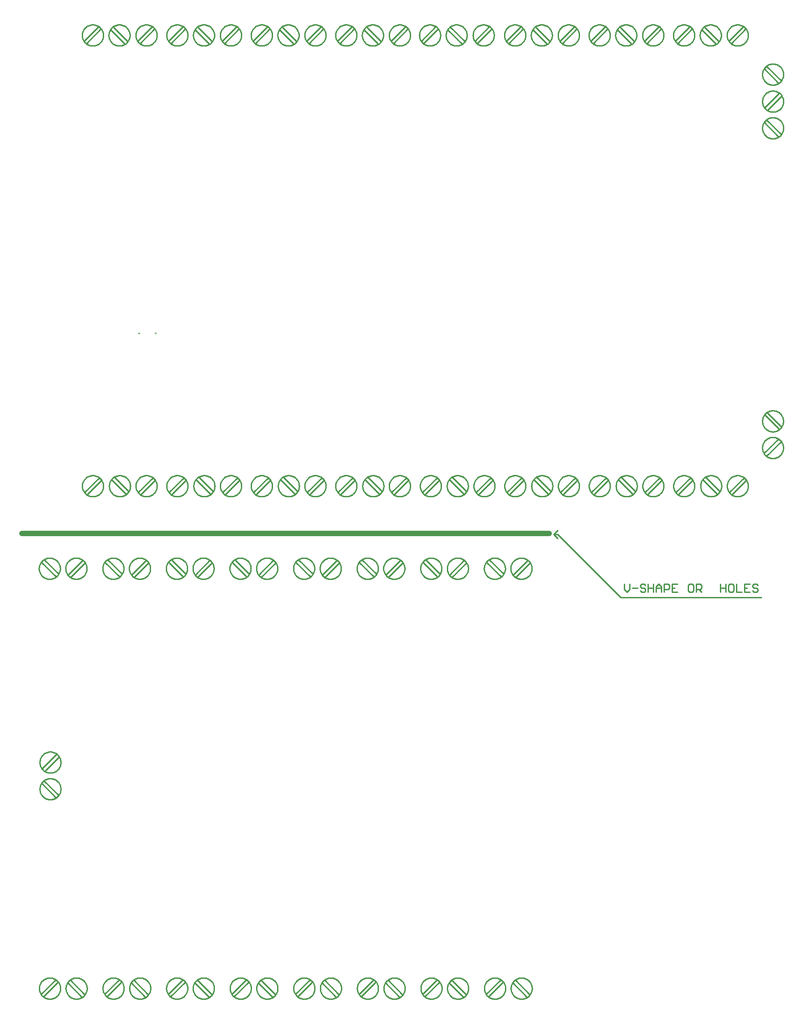
<source format=gm1>
%FSDAX23Y23*%
%MOIN*%
%SFA1B1*%

%IPPOS*%
%ADD37C,0.010000*%
%ADD94C,0.003900*%
%ADD141C,0.039400*%
%LNde-130817-1*%
%LPD*%
G54D37*
X06919Y07918D02*
D01*
X06918Y07923*
X06918Y07929*
X06917Y07934*
X06916Y07940*
X06914Y07945*
X06912Y07950*
X06909Y07955*
X06907Y07960*
X06904Y07964*
X06900Y07968*
X06897Y07973*
X06893Y07976*
X06888Y07980*
X06884Y07983*
X06879Y07986*
X06874Y07989*
X06869Y07991*
X06864Y07993*
X06859Y07994*
X06854Y07995*
X06848Y07996*
X06843Y07997*
X06837*
X06832Y07996*
X06826Y07995*
X06821Y07994*
X06816Y07993*
X06810Y07991*
X06805Y07989*
X06801Y07986*
X06796Y07983*
X06791Y07980*
X06787Y07976*
X06783Y07973*
X06780Y07968*
X06776Y07964*
X06773Y07960*
X06770Y07955*
X06768Y07950*
X06766Y07945*
X06764Y07940*
X06763Y07934*
X06762Y07929*
X06761Y07923*
X06761Y07918*
X06761Y07912*
X06762Y07907*
X06763Y07902*
X06764Y07896*
X06766Y07891*
X06768Y07886*
X06770Y07881*
X06773Y07876*
X06776Y07872*
X06780Y07867*
X06783Y07863*
X06787Y07859*
X06791Y07856*
X06796Y07853*
X06801Y07850*
X06805Y07847*
X06810Y07845*
X06816Y07843*
X06821Y07842*
X06826Y07840*
X06832Y07840*
X06837Y07839*
X06843*
X06848Y07840*
X06854Y07840*
X06859Y07842*
X06864Y07843*
X06869Y07845*
X06874Y07847*
X06879Y07850*
X06884Y07853*
X06888Y07856*
X06893Y07859*
X06897Y07863*
X06900Y07867*
X06904Y07872*
X06907Y07876*
X06909Y07881*
X06912Y07886*
X06914Y07891*
X06916Y07896*
X06917Y07902*
X06918Y07907*
X06918Y07912*
X06919Y07918*
Y08318D02*
D01*
X06918Y08323*
X06918Y08329*
X06917Y08334*
X06916Y08340*
X06914Y08345*
X06912Y08350*
X06909Y08355*
X06907Y08360*
X06904Y08364*
X06900Y08368*
X06897Y08373*
X06893Y08376*
X06888Y08380*
X06884Y08383*
X06879Y08386*
X06874Y08389*
X06869Y08391*
X06864Y08393*
X06859Y08394*
X06854Y08395*
X06848Y08396*
X06843Y08397*
X06837*
X06832Y08396*
X06826Y08395*
X06821Y08394*
X06816Y08393*
X06810Y08391*
X06805Y08389*
X06801Y08386*
X06796Y08383*
X06791Y08380*
X06787Y08376*
X06783Y08373*
X06780Y08368*
X06776Y08364*
X06773Y08360*
X06770Y08355*
X06768Y08350*
X06766Y08345*
X06764Y08340*
X06763Y08334*
X06762Y08329*
X06761Y08323*
X06761Y08318*
X06761Y08312*
X06762Y08307*
X06763Y08302*
X06764Y08296*
X06766Y08291*
X06768Y08286*
X06770Y08281*
X06773Y08276*
X06776Y08272*
X06780Y08267*
X06783Y08263*
X06787Y08259*
X06791Y08256*
X06796Y08253*
X06801Y08250*
X06805Y08247*
X06810Y08245*
X06816Y08243*
X06821Y08242*
X06826Y08240*
X06832Y08240*
X06837Y08239*
X06843*
X06848Y08240*
X06854Y08240*
X06859Y08242*
X06864Y08243*
X06869Y08245*
X06874Y08247*
X06879Y08250*
X06884Y08253*
X06888Y08256*
X06893Y08259*
X06897Y08263*
X06900Y08267*
X06904Y08272*
X06907Y08276*
X06909Y08281*
X06912Y08286*
X06914Y08291*
X06916Y08296*
X06917Y08302*
X06918Y08307*
X06918Y08312*
X06919Y08318*
Y08116D02*
D01*
X06918Y08122*
X06918Y08127*
X06917Y08133*
X06916Y08138*
X06914Y08143*
X06912Y08148*
X06909Y08153*
X06907Y08158*
X06904Y08163*
X06900Y08167*
X06897Y08171*
X06893Y08175*
X06888Y08178*
X06884Y08182*
X06879Y08184*
X06874Y08187*
X06869Y08189*
X06864Y08191*
X06859Y08193*
X06854Y08194*
X06848Y08195*
X06843Y08195*
X06837*
X06832Y08195*
X06826Y08194*
X06821Y08193*
X06816Y08191*
X06810Y08189*
X06805Y08187*
X06801Y08184*
X06796Y08182*
X06791Y08178*
X06787Y08175*
X06783Y08171*
X06780Y08167*
X06776Y08163*
X06773Y08158*
X06770Y08153*
X06768Y08148*
X06766Y08143*
X06764Y08138*
X06763Y08133*
X06762Y08127*
X06761Y08122*
X06761Y08116*
X06761Y08111*
X06762Y08105*
X06763Y08100*
X06764Y08095*
X06766Y08089*
X06768Y08084*
X06770Y08079*
X06773Y08075*
X06776Y08070*
X06780Y08066*
X06783Y08062*
X06787Y08058*
X06791Y08054*
X06796Y08051*
X06801Y08048*
X06805Y08046*
X06810Y08043*
X06816Y08041*
X06821Y08040*
X06826Y08039*
X06832Y08038*
X06837Y08038*
X06843*
X06848Y08038*
X06854Y08039*
X06859Y08040*
X06864Y08041*
X06869Y08043*
X06874Y08046*
X06879Y08048*
X06884Y08051*
X06888Y08054*
X06893Y08058*
X06897Y08062*
X06900Y08066*
X06904Y08070*
X06907Y08075*
X06909Y08079*
X06912Y08084*
X06914Y08089*
X06916Y08095*
X06917Y08100*
X06918Y08105*
X06918Y08111*
X06919Y08116*
X06918Y05535D02*
D01*
X06918Y05540*
X06917Y05545*
X06916Y05551*
X06915Y05556*
X06913Y05561*
X06911Y05567*
X06909Y05571*
X06906Y05576*
X06903Y05581*
X06900Y05585*
X06896Y05589*
X06892Y05593*
X06888Y05597*
X06884Y05600*
X06879Y05603*
X06874Y05605*
X06869Y05607*
X06864Y05609*
X06859Y05611*
X06853Y05612*
X06848Y05613*
X06842Y05613*
X06837*
X06831Y05613*
X06826Y05612*
X06820Y05611*
X06815Y05609*
X06810Y05607*
X06805Y05605*
X06800Y05603*
X06795Y05600*
X06791Y05597*
X06787Y05593*
X06783Y05589*
X06779Y05585*
X06776Y05581*
X06773Y05576*
X06770Y05571*
X06768Y05567*
X06766Y05561*
X06764Y05556*
X06763Y05551*
X06762Y05545*
X06761Y05540*
X06761Y05535*
X06761Y05529*
X06762Y05524*
X06763Y05518*
X06764Y05513*
X06766Y05508*
X06768Y05502*
X06770Y05498*
X06773Y05493*
X06776Y05488*
X06779Y05484*
X06783Y05480*
X06787Y05476*
X06791Y05472*
X06795Y05469*
X06800Y05466*
X06805Y05464*
X06810Y05462*
X06815Y05460*
X06820Y05458*
X06826Y05457*
X06831Y05456*
X06837Y05456*
X06842*
X06848Y05456*
X06853Y05457*
X06859Y05458*
X06864Y05460*
X06869Y05462*
X06874Y05464*
X06879Y05466*
X06884Y05469*
X06888Y05472*
X06892Y05476*
X06896Y05480*
X06900Y05484*
X06903Y05488*
X06906Y05493*
X06909Y05498*
X06911Y05502*
X06913Y05508*
X06915Y05513*
X06916Y05518*
X06917Y05524*
X06918Y05529*
X06918Y05535*
Y05733D02*
D01*
X06918Y05738*
X06917Y05744*
X06916Y05749*
X06915Y05755*
X06913Y05760*
X06911Y05765*
X06909Y05770*
X06906Y05775*
X06903Y05779*
X06900Y05783*
X06896Y05788*
X06892Y05791*
X06888Y05795*
X06884Y05798*
X06879Y05801*
X06874Y05804*
X06869Y05806*
X06864Y05808*
X06859Y05809*
X06853Y05810*
X06848Y05811*
X06842Y05812*
X06837*
X06831Y05811*
X06826Y05810*
X06820Y05809*
X06815Y05808*
X06810Y05806*
X06805Y05804*
X06800Y05801*
X06795Y05798*
X06791Y05795*
X06787Y05791*
X06783Y05788*
X06779Y05783*
X06776Y05779*
X06773Y05775*
X06770Y05770*
X06768Y05765*
X06766Y05760*
X06764Y05755*
X06763Y05749*
X06762Y05744*
X06761Y05738*
X06761Y05733*
X06761Y05727*
X06762Y05722*
X06763Y05717*
X06764Y05711*
X06766Y05706*
X06768Y05701*
X06770Y05696*
X06773Y05691*
X06776Y05687*
X06779Y05682*
X06783Y05678*
X06787Y05674*
X06791Y05671*
X06795Y05668*
X06800Y05665*
X06805Y05662*
X06810Y05660*
X06815Y05658*
X06820Y05657*
X06826Y05655*
X06831Y05655*
X06837Y05654*
X06842*
X06848Y05655*
X06853Y05655*
X06859Y05657*
X06864Y05658*
X06869Y05660*
X06874Y05662*
X06879Y05665*
X06884Y05668*
X06888Y05671*
X06892Y05674*
X06896Y05678*
X06900Y05682*
X06903Y05687*
X06906Y05691*
X06909Y05696*
X06911Y05701*
X06913Y05706*
X06915Y05711*
X06916Y05717*
X06917Y05722*
X06918Y05727*
X06918Y05733*
X06655Y05250D02*
D01*
X06655Y05255*
X06655Y05260*
X06654Y05266*
X06652Y05271*
X06651Y05276*
X06648Y05282*
X06646Y05286*
X06643Y05291*
X06640Y05296*
X06637Y05300*
X06633Y05304*
X06629Y05308*
X06625Y05312*
X06621Y05315*
X06616Y05318*
X06611Y05320*
X06606Y05322*
X06601Y05324*
X06596Y05326*
X06590Y05327*
X06585Y05328*
X06579Y05328*
X06574*
X06568Y05328*
X06563Y05327*
X06558Y05326*
X06552Y05324*
X06547Y05322*
X06542Y05320*
X06537Y05318*
X06533Y05315*
X06528Y05312*
X06524Y05308*
X06520Y05304*
X06516Y05300*
X06513Y05296*
X06510Y05291*
X06507Y05286*
X06505Y05282*
X06503Y05276*
X06501Y05271*
X06500Y05266*
X06499Y05260*
X06498Y05255*
X06498Y05250*
X06498Y05244*
X06499Y05239*
X06500Y05233*
X06501Y05228*
X06503Y05223*
X06505Y05217*
X06507Y05213*
X06510Y05208*
X06513Y05203*
X06516Y05199*
X06520Y05195*
X06524Y05191*
X06528Y05187*
X06533Y05184*
X06537Y05181*
X06542Y05179*
X06547Y05177*
X06552Y05175*
X06558Y05173*
X06563Y05172*
X06568Y05171*
X06574Y05171*
X06579*
X06585Y05171*
X06590Y05172*
X06596Y05173*
X06601Y05175*
X06606Y05177*
X06611Y05179*
X06616Y05181*
X06621Y05184*
X06625Y05187*
X06629Y05191*
X06633Y05195*
X06637Y05199*
X06640Y05203*
X06643Y05208*
X06646Y05213*
X06648Y05217*
X06651Y05223*
X06652Y05228*
X06654Y05233*
X06655Y05239*
X06655Y05244*
X06655Y05250*
X06255D02*
D01*
X06255Y05255*
X06255Y05260*
X06254Y05266*
X06252Y05271*
X06251Y05276*
X06248Y05282*
X06246Y05286*
X06243Y05291*
X06240Y05296*
X06237Y05300*
X06233Y05304*
X06229Y05308*
X06225Y05312*
X06221Y05315*
X06216Y05318*
X06211Y05320*
X06206Y05322*
X06201Y05324*
X06196Y05326*
X06190Y05327*
X06185Y05328*
X06179Y05328*
X06174*
X06168Y05328*
X06163Y05327*
X06158Y05326*
X06152Y05324*
X06147Y05322*
X06142Y05320*
X06137Y05318*
X06133Y05315*
X06128Y05312*
X06124Y05308*
X06120Y05304*
X06116Y05300*
X06113Y05296*
X06110Y05291*
X06107Y05286*
X06105Y05282*
X06103Y05276*
X06101Y05271*
X06100Y05266*
X06099Y05260*
X06098Y05255*
X06098Y05250*
X06098Y05244*
X06099Y05239*
X06100Y05233*
X06101Y05228*
X06103Y05223*
X06105Y05217*
X06107Y05213*
X06110Y05208*
X06113Y05203*
X06116Y05199*
X06120Y05195*
X06124Y05191*
X06128Y05187*
X06133Y05184*
X06137Y05181*
X06142Y05179*
X06147Y05177*
X06152Y05175*
X06158Y05173*
X06163Y05172*
X06168Y05171*
X06174Y05171*
X06179*
X06185Y05171*
X06190Y05172*
X06196Y05173*
X06201Y05175*
X06206Y05177*
X06211Y05179*
X06216Y05181*
X06221Y05184*
X06225Y05187*
X06229Y05191*
X06233Y05195*
X06237Y05199*
X06240Y05203*
X06243Y05208*
X06246Y05213*
X06248Y05217*
X06251Y05223*
X06252Y05228*
X06254Y05233*
X06255Y05239*
X06255Y05244*
X06255Y05250*
X06457D02*
D01*
X06457Y05255*
X06456Y05260*
X06455Y05266*
X06454Y05271*
X06452Y05276*
X06450Y05282*
X06448Y05286*
X06445Y05291*
X06442Y05296*
X06438Y05300*
X06435Y05304*
X06431Y05308*
X06427Y05312*
X06422Y05315*
X06418Y05318*
X06413Y05320*
X06408Y05322*
X06403Y05324*
X06397Y05326*
X06392Y05327*
X06386Y05328*
X06381Y05328*
X06375*
X06370Y05328*
X06365Y05327*
X06359Y05326*
X06354Y05324*
X06349Y05322*
X06344Y05320*
X06339Y05318*
X06334Y05315*
X06330Y05312*
X06326Y05308*
X06322Y05304*
X06318Y05300*
X06315Y05296*
X06311Y05291*
X06309Y05286*
X06306Y05282*
X06304Y05276*
X06303Y05271*
X06301Y05266*
X06300Y05260*
X06300Y05255*
X06300Y05250*
X06300Y05244*
X06300Y05239*
X06301Y05233*
X06303Y05228*
X06304Y05223*
X06306Y05217*
X06309Y05213*
X06311Y05208*
X06315Y05203*
X06318Y05199*
X06322Y05195*
X06326Y05191*
X06330Y05187*
X06334Y05184*
X06339Y05181*
X06344Y05179*
X06349Y05177*
X06354Y05175*
X06359Y05173*
X06365Y05172*
X06370Y05171*
X06375Y05171*
X06381*
X06386Y05171*
X06392Y05172*
X06397Y05173*
X06403Y05175*
X06408Y05177*
X06413Y05179*
X06418Y05181*
X06422Y05184*
X06427Y05187*
X06431Y05191*
X06435Y05195*
X06438Y05199*
X06442Y05203*
X06445Y05208*
X06448Y05213*
X06450Y05217*
X06452Y05223*
X06454Y05228*
X06455Y05233*
X06456Y05239*
X06457Y05244*
X06457Y05250*
X06025D02*
D01*
X06025Y05255*
X06025Y05260*
X06024Y05266*
X06022Y05271*
X06021Y05276*
X06018Y05282*
X06016Y05286*
X06013Y05291*
X06010Y05296*
X06007Y05300*
X06003Y05304*
X05999Y05308*
X05995Y05312*
X05991Y05315*
X05986Y05318*
X05981Y05320*
X05976Y05322*
X05971Y05324*
X05966Y05326*
X05960Y05327*
X05955Y05328*
X05949Y05328*
X05944*
X05938Y05328*
X05933Y05327*
X05928Y05326*
X05922Y05324*
X05917Y05322*
X05912Y05320*
X05907Y05318*
X05903Y05315*
X05898Y05312*
X05894Y05308*
X05890Y05304*
X05886Y05300*
X05883Y05296*
X05880Y05291*
X05877Y05286*
X05875Y05282*
X05873Y05276*
X05871Y05271*
X05870Y05266*
X05869Y05260*
X05868Y05255*
X05868Y05250*
X05868Y05244*
X05869Y05239*
X05870Y05233*
X05871Y05228*
X05873Y05223*
X05875Y05217*
X05877Y05213*
X05880Y05208*
X05883Y05203*
X05886Y05199*
X05890Y05195*
X05894Y05191*
X05898Y05187*
X05903Y05184*
X05907Y05181*
X05912Y05179*
X05917Y05177*
X05922Y05175*
X05928Y05173*
X05933Y05172*
X05938Y05171*
X05944Y05171*
X05949*
X05955Y05171*
X05960Y05172*
X05966Y05173*
X05971Y05175*
X05976Y05177*
X05981Y05179*
X05986Y05181*
X05991Y05184*
X05995Y05187*
X05999Y05191*
X06003Y05195*
X06007Y05199*
X06010Y05203*
X06013Y05208*
X06016Y05213*
X06018Y05217*
X06021Y05223*
X06022Y05228*
X06024Y05233*
X06025Y05239*
X06025Y05244*
X06025Y05250*
X05625D02*
D01*
X05625Y05255*
X05625Y05260*
X05624Y05266*
X05622Y05271*
X05621Y05276*
X05618Y05282*
X05616Y05286*
X05613Y05291*
X05610Y05296*
X05607Y05300*
X05603Y05304*
X05599Y05308*
X05595Y05312*
X05591Y05315*
X05586Y05318*
X05581Y05320*
X05576Y05322*
X05571Y05324*
X05566Y05326*
X05560Y05327*
X05555Y05328*
X05549Y05328*
X05544*
X05538Y05328*
X05533Y05327*
X05528Y05326*
X05522Y05324*
X05517Y05322*
X05512Y05320*
X05507Y05318*
X05503Y05315*
X05498Y05312*
X05494Y05308*
X05490Y05304*
X05486Y05300*
X05483Y05296*
X05480Y05291*
X05477Y05286*
X05475Y05282*
X05473Y05276*
X05471Y05271*
X05470Y05266*
X05469Y05260*
X05468Y05255*
X05468Y05250*
X05468Y05244*
X05469Y05239*
X05470Y05233*
X05471Y05228*
X05473Y05223*
X05475Y05217*
X05477Y05213*
X05480Y05208*
X05483Y05203*
X05486Y05199*
X05490Y05195*
X05494Y05191*
X05498Y05187*
X05503Y05184*
X05507Y05181*
X05512Y05179*
X05517Y05177*
X05522Y05175*
X05528Y05173*
X05533Y05172*
X05538Y05171*
X05544Y05171*
X05549*
X05555Y05171*
X05560Y05172*
X05566Y05173*
X05571Y05175*
X05576Y05177*
X05581Y05179*
X05586Y05181*
X05591Y05184*
X05595Y05187*
X05599Y05191*
X05603Y05195*
X05607Y05199*
X05610Y05203*
X05613Y05208*
X05616Y05213*
X05618Y05217*
X05621Y05223*
X05622Y05228*
X05624Y05233*
X05625Y05239*
X05625Y05244*
X05625Y05250*
X05827D02*
D01*
X05827Y05255*
X05826Y05260*
X05825Y05266*
X05824Y05271*
X05822Y05276*
X05820Y05282*
X05818Y05286*
X05815Y05291*
X05812Y05296*
X05808Y05300*
X05805Y05304*
X05801Y05308*
X05797Y05312*
X05792Y05315*
X05787Y05318*
X05783Y05320*
X05778Y05322*
X05772Y05324*
X05767Y05326*
X05762Y05327*
X05756Y05328*
X05751Y05328*
X05745*
X05740Y05328*
X05734Y05327*
X05729Y05326*
X05724Y05324*
X05719Y05322*
X05714Y05320*
X05709Y05318*
X05704Y05315*
X05700Y05312*
X05695Y05308*
X05691Y05304*
X05688Y05300*
X05684Y05296*
X05681Y05291*
X05679Y05286*
X05676Y05282*
X05674Y05276*
X05672Y05271*
X05671Y05266*
X05670Y05260*
X05670Y05255*
X05669Y05250*
X05670Y05244*
X05670Y05239*
X05671Y05233*
X05672Y05228*
X05674Y05223*
X05676Y05217*
X05679Y05213*
X05681Y05208*
X05684Y05203*
X05688Y05199*
X05691Y05195*
X05695Y05191*
X05700Y05187*
X05704Y05184*
X05709Y05181*
X05714Y05179*
X05719Y05177*
X05724Y05175*
X05729Y05173*
X05734Y05172*
X05740Y05171*
X05745Y05171*
X05751*
X05756Y05171*
X05762Y05172*
X05767Y05173*
X05772Y05175*
X05778Y05177*
X05783Y05179*
X05787Y05181*
X05792Y05184*
X05797Y05187*
X05801Y05191*
X05805Y05195*
X05808Y05199*
X05812Y05203*
X05815Y05208*
X05818Y05213*
X05820Y05217*
X05822Y05223*
X05824Y05228*
X05825Y05233*
X05826Y05239*
X05827Y05244*
X05827Y05250*
X05395D02*
D01*
X05395Y05255*
X05394Y05260*
X05393Y05266*
X05392Y05271*
X05390Y05276*
X05388Y05282*
X05386Y05286*
X05383Y05291*
X05380Y05296*
X05377Y05300*
X05373Y05304*
X05369Y05308*
X05365Y05312*
X05361Y05315*
X05356Y05318*
X05351Y05320*
X05346Y05322*
X05341Y05324*
X05336Y05326*
X05330Y05327*
X05325Y05328*
X05319Y05328*
X05314*
X05308Y05328*
X05303Y05327*
X05297Y05326*
X05292Y05324*
X05287Y05322*
X05282Y05320*
X05277Y05318*
X05272Y05315*
X05268Y05312*
X05264Y05308*
X05260Y05304*
X05256Y05300*
X05253Y05296*
X05250Y05291*
X05247Y05286*
X05245Y05282*
X05243Y05276*
X05241Y05271*
X05240Y05266*
X05239Y05260*
X05238Y05255*
X05238Y05250*
X05238Y05244*
X05239Y05239*
X05240Y05233*
X05241Y05228*
X05243Y05223*
X05245Y05217*
X05247Y05213*
X05250Y05208*
X05253Y05203*
X05256Y05199*
X05260Y05195*
X05264Y05191*
X05268Y05187*
X05272Y05184*
X05277Y05181*
X05282Y05179*
X05287Y05177*
X05292Y05175*
X05297Y05173*
X05303Y05172*
X05308Y05171*
X05314Y05171*
X05319*
X05325Y05171*
X05330Y05172*
X05336Y05173*
X05341Y05175*
X05346Y05177*
X05351Y05179*
X05356Y05181*
X05361Y05184*
X05365Y05187*
X05369Y05191*
X05373Y05195*
X05377Y05199*
X05380Y05203*
X05383Y05208*
X05386Y05213*
X05388Y05217*
X05390Y05223*
X05392Y05228*
X05393Y05233*
X05394Y05239*
X05395Y05244*
X05395Y05250*
X04995D02*
D01*
X04995Y05255*
X04994Y05260*
X04993Y05266*
X04992Y05271*
X04990Y05276*
X04988Y05282*
X04986Y05286*
X04983Y05291*
X04980Y05296*
X04977Y05300*
X04973Y05304*
X04969Y05308*
X04965Y05312*
X04961Y05315*
X04956Y05318*
X04951Y05320*
X04946Y05322*
X04941Y05324*
X04936Y05326*
X04930Y05327*
X04925Y05328*
X04919Y05328*
X04914*
X04908Y05328*
X04903Y05327*
X04897Y05326*
X04892Y05324*
X04887Y05322*
X04882Y05320*
X04877Y05318*
X04872Y05315*
X04868Y05312*
X04864Y05308*
X04860Y05304*
X04856Y05300*
X04853Y05296*
X04850Y05291*
X04847Y05286*
X04845Y05282*
X04843Y05276*
X04841Y05271*
X04840Y05266*
X04839Y05260*
X04838Y05255*
X04838Y05250*
X04838Y05244*
X04839Y05239*
X04840Y05233*
X04841Y05228*
X04843Y05223*
X04845Y05217*
X04847Y05213*
X04850Y05208*
X04853Y05203*
X04856Y05199*
X04860Y05195*
X04864Y05191*
X04868Y05187*
X04872Y05184*
X04877Y05181*
X04882Y05179*
X04887Y05177*
X04892Y05175*
X04897Y05173*
X04903Y05172*
X04908Y05171*
X04914Y05171*
X04919*
X04925Y05171*
X04930Y05172*
X04936Y05173*
X04941Y05175*
X04946Y05177*
X04951Y05179*
X04956Y05181*
X04961Y05184*
X04965Y05187*
X04969Y05191*
X04973Y05195*
X04977Y05199*
X04980Y05203*
X04983Y05208*
X04986Y05213*
X04988Y05217*
X04990Y05223*
X04992Y05228*
X04993Y05233*
X04994Y05239*
X04995Y05244*
X04995Y05250*
X05197D02*
D01*
X05197Y05255*
X05196Y05260*
X05195Y05266*
X05194Y05271*
X05192Y05276*
X05190Y05282*
X05188Y05286*
X05185Y05291*
X05182Y05296*
X05178Y05300*
X05175Y05304*
X05171Y05308*
X05167Y05312*
X05162Y05315*
X05157Y05318*
X05153Y05320*
X05148Y05322*
X05142Y05324*
X05137Y05326*
X05132Y05327*
X05126Y05328*
X05121Y05328*
X05115*
X05110Y05328*
X05104Y05327*
X05099Y05326*
X05094Y05324*
X05089Y05322*
X05084Y05320*
X05079Y05318*
X05074Y05315*
X05070Y05312*
X05065Y05308*
X05061Y05304*
X05058Y05300*
X05054Y05296*
X05051Y05291*
X05049Y05286*
X05046Y05282*
X05044Y05276*
X05042Y05271*
X05041Y05266*
X05040Y05260*
X05040Y05255*
X05039Y05250*
X05040Y05244*
X05040Y05239*
X05041Y05233*
X05042Y05228*
X05044Y05223*
X05046Y05217*
X05049Y05213*
X05051Y05208*
X05054Y05203*
X05058Y05199*
X05061Y05195*
X05065Y05191*
X05070Y05187*
X05074Y05184*
X05079Y05181*
X05084Y05179*
X05089Y05177*
X05094Y05175*
X05099Y05173*
X05104Y05172*
X05110Y05171*
X05115Y05171*
X05121*
X05126Y05171*
X05132Y05172*
X05137Y05173*
X05142Y05175*
X05148Y05177*
X05153Y05179*
X05157Y05181*
X05162Y05184*
X05167Y05187*
X05171Y05191*
X05175Y05195*
X05178Y05199*
X05182Y05203*
X05185Y05208*
X05188Y05213*
X05190Y05217*
X05192Y05223*
X05194Y05228*
X05195Y05233*
X05196Y05239*
X05197Y05244*
X05197Y05250*
X04765D02*
D01*
X04765Y05255*
X04764Y05260*
X04763Y05266*
X04762Y05271*
X04760Y05276*
X04758Y05282*
X04756Y05286*
X04753Y05291*
X04750Y05296*
X04747Y05300*
X04743Y05304*
X04739Y05308*
X04735Y05312*
X04731Y05315*
X04726Y05318*
X04721Y05320*
X04716Y05322*
X04711Y05324*
X04706Y05326*
X04700Y05327*
X04695Y05328*
X04689Y05328*
X04684*
X04678Y05328*
X04673Y05327*
X04667Y05326*
X04662Y05324*
X04657Y05322*
X04652Y05320*
X04647Y05318*
X04642Y05315*
X04638Y05312*
X04634Y05308*
X04630Y05304*
X04626Y05300*
X04623Y05296*
X04620Y05291*
X04617Y05286*
X04615Y05282*
X04613Y05276*
X04611Y05271*
X04610Y05266*
X04609Y05260*
X04608Y05255*
X04608Y05250*
X04608Y05244*
X04609Y05239*
X04610Y05233*
X04611Y05228*
X04613Y05223*
X04615Y05217*
X04617Y05213*
X04620Y05208*
X04623Y05203*
X04626Y05199*
X04630Y05195*
X04634Y05191*
X04638Y05187*
X04642Y05184*
X04647Y05181*
X04652Y05179*
X04657Y05177*
X04662Y05175*
X04667Y05173*
X04673Y05172*
X04678Y05171*
X04684Y05171*
X04689*
X04695Y05171*
X04700Y05172*
X04706Y05173*
X04711Y05175*
X04716Y05177*
X04721Y05179*
X04726Y05181*
X04731Y05184*
X04735Y05187*
X04739Y05191*
X04743Y05195*
X04747Y05199*
X04750Y05203*
X04753Y05208*
X04756Y05213*
X04758Y05217*
X04760Y05223*
X04762Y05228*
X04763Y05233*
X04764Y05239*
X04765Y05244*
X04765Y05250*
X04365D02*
D01*
X04365Y05255*
X04364Y05260*
X04363Y05266*
X04362Y05271*
X04360Y05276*
X04358Y05282*
X04356Y05286*
X04353Y05291*
X04350Y05296*
X04347Y05300*
X04343Y05304*
X04339Y05308*
X04335Y05312*
X04331Y05315*
X04326Y05318*
X04321Y05320*
X04316Y05322*
X04311Y05324*
X04306Y05326*
X04300Y05327*
X04295Y05328*
X04289Y05328*
X04284*
X04278Y05328*
X04273Y05327*
X04267Y05326*
X04262Y05324*
X04257Y05322*
X04252Y05320*
X04247Y05318*
X04242Y05315*
X04238Y05312*
X04234Y05308*
X04230Y05304*
X04226Y05300*
X04223Y05296*
X04220Y05291*
X04217Y05286*
X04215Y05282*
X04213Y05276*
X04211Y05271*
X04210Y05266*
X04209Y05260*
X04208Y05255*
X04208Y05250*
X04208Y05244*
X04209Y05239*
X04210Y05233*
X04211Y05228*
X04213Y05223*
X04215Y05217*
X04217Y05213*
X04220Y05208*
X04223Y05203*
X04226Y05199*
X04230Y05195*
X04234Y05191*
X04238Y05187*
X04242Y05184*
X04247Y05181*
X04252Y05179*
X04257Y05177*
X04262Y05175*
X04267Y05173*
X04273Y05172*
X04278Y05171*
X04284Y05171*
X04289*
X04295Y05171*
X04300Y05172*
X04306Y05173*
X04311Y05175*
X04316Y05177*
X04321Y05179*
X04326Y05181*
X04331Y05184*
X04335Y05187*
X04339Y05191*
X04343Y05195*
X04347Y05199*
X04350Y05203*
X04353Y05208*
X04356Y05213*
X04358Y05217*
X04360Y05223*
X04362Y05228*
X04363Y05233*
X04364Y05239*
X04365Y05244*
X04365Y05250*
X04567D02*
D01*
X04567Y05255*
X04566Y05260*
X04565Y05266*
X04564Y05271*
X04562Y05276*
X04560Y05282*
X04557Y05286*
X04555Y05291*
X04552Y05296*
X04548Y05300*
X04545Y05304*
X04541Y05308*
X04536Y05312*
X04532Y05315*
X04527Y05318*
X04522Y05320*
X04517Y05322*
X04512Y05324*
X04507Y05326*
X04502Y05327*
X04496Y05328*
X04491Y05328*
X04485*
X04480Y05328*
X04474Y05327*
X04469Y05326*
X04464Y05324*
X04459Y05322*
X04454Y05320*
X04449Y05318*
X04444Y05315*
X04440Y05312*
X04435Y05308*
X04431Y05304*
X04428Y05300*
X04424Y05296*
X04421Y05291*
X04419Y05286*
X04416Y05282*
X04414Y05276*
X04412Y05271*
X04411Y05266*
X04410Y05260*
X04409Y05255*
X04409Y05250*
X04409Y05244*
X04410Y05239*
X04411Y05233*
X04412Y05228*
X04414Y05223*
X04416Y05217*
X04419Y05213*
X04421Y05208*
X04424Y05203*
X04428Y05199*
X04431Y05195*
X04435Y05191*
X04440Y05187*
X04444Y05184*
X04449Y05181*
X04454Y05179*
X04459Y05177*
X04464Y05175*
X04469Y05173*
X04474Y05172*
X04480Y05171*
X04485Y05171*
X04491*
X04496Y05171*
X04502Y05172*
X04507Y05173*
X04512Y05175*
X04517Y05177*
X04522Y05179*
X04527Y05181*
X04532Y05184*
X04536Y05187*
X04541Y05191*
X04545Y05195*
X04548Y05199*
X04552Y05203*
X04555Y05208*
X04557Y05213*
X04560Y05217*
X04562Y05223*
X04564Y05228*
X04565Y05233*
X04566Y05239*
X04567Y05244*
X04567Y05250*
X04135D02*
D01*
X04135Y05255*
X04134Y05260*
X04133Y05266*
X04132Y05271*
X04130Y05276*
X04128Y05282*
X04126Y05286*
X04123Y05291*
X04120Y05296*
X04117Y05300*
X04113Y05304*
X04109Y05308*
X04105Y05312*
X04100Y05315*
X04096Y05318*
X04091Y05320*
X04086Y05322*
X04081Y05324*
X04075Y05326*
X04070Y05327*
X04065Y05328*
X04059Y05328*
X04054*
X04048Y05328*
X04043Y05327*
X04037Y05326*
X04032Y05324*
X04027Y05322*
X04022Y05320*
X04017Y05318*
X04012Y05315*
X04008Y05312*
X04004Y05308*
X04000Y05304*
X03996Y05300*
X03993Y05296*
X03990Y05291*
X03987Y05286*
X03985Y05282*
X03982Y05276*
X03981Y05271*
X03979Y05266*
X03978Y05260*
X03978Y05255*
X03978Y05250*
X03978Y05244*
X03978Y05239*
X03979Y05233*
X03981Y05228*
X03982Y05223*
X03985Y05217*
X03987Y05213*
X03990Y05208*
X03993Y05203*
X03996Y05199*
X04000Y05195*
X04004Y05191*
X04008Y05187*
X04012Y05184*
X04017Y05181*
X04022Y05179*
X04027Y05177*
X04032Y05175*
X04037Y05173*
X04043Y05172*
X04048Y05171*
X04054Y05171*
X04059*
X04065Y05171*
X04070Y05172*
X04075Y05173*
X04081Y05175*
X04086Y05177*
X04091Y05179*
X04096Y05181*
X04100Y05184*
X04105Y05187*
X04109Y05191*
X04113Y05195*
X04117Y05199*
X04120Y05203*
X04123Y05208*
X04126Y05213*
X04128Y05217*
X04130Y05223*
X04132Y05228*
X04133Y05233*
X04134Y05239*
X04135Y05244*
X04135Y05250*
X03735D02*
D01*
X03735Y05255*
X03734Y05260*
X03733Y05266*
X03732Y05271*
X03730Y05276*
X03728Y05282*
X03726Y05286*
X03723Y05291*
X03720Y05296*
X03717Y05300*
X03713Y05304*
X03709Y05308*
X03705Y05312*
X03700Y05315*
X03696Y05318*
X03691Y05320*
X03686Y05322*
X03681Y05324*
X03675Y05326*
X03670Y05327*
X03665Y05328*
X03659Y05328*
X03654*
X03648Y05328*
X03643Y05327*
X03637Y05326*
X03632Y05324*
X03627Y05322*
X03622Y05320*
X03617Y05318*
X03612Y05315*
X03608Y05312*
X03604Y05308*
X03600Y05304*
X03596Y05300*
X03593Y05296*
X03590Y05291*
X03587Y05286*
X03585Y05282*
X03582Y05276*
X03581Y05271*
X03579Y05266*
X03578Y05260*
X03578Y05255*
X03578Y05250*
X03578Y05244*
X03578Y05239*
X03579Y05233*
X03581Y05228*
X03582Y05223*
X03585Y05217*
X03587Y05213*
X03590Y05208*
X03593Y05203*
X03596Y05199*
X03600Y05195*
X03604Y05191*
X03608Y05187*
X03612Y05184*
X03617Y05181*
X03622Y05179*
X03627Y05177*
X03632Y05175*
X03637Y05173*
X03643Y05172*
X03648Y05171*
X03654Y05171*
X03659*
X03665Y05171*
X03670Y05172*
X03675Y05173*
X03681Y05175*
X03686Y05177*
X03691Y05179*
X03696Y05181*
X03700Y05184*
X03705Y05187*
X03709Y05191*
X03713Y05195*
X03717Y05199*
X03720Y05203*
X03723Y05208*
X03726Y05213*
X03728Y05217*
X03730Y05223*
X03732Y05228*
X03733Y05233*
X03734Y05239*
X03735Y05244*
X03735Y05250*
X03937D02*
D01*
X03937Y05255*
X03936Y05260*
X03935Y05266*
X03934Y05271*
X03932Y05276*
X03930Y05282*
X03927Y05286*
X03925Y05291*
X03922Y05296*
X03918Y05300*
X03915Y05304*
X03911Y05308*
X03906Y05312*
X03902Y05315*
X03897Y05318*
X03892Y05320*
X03887Y05322*
X03882Y05324*
X03877Y05326*
X03872Y05327*
X03866Y05328*
X03861Y05328*
X03855*
X03850Y05328*
X03844Y05327*
X03839Y05326*
X03834Y05324*
X03829Y05322*
X03824Y05320*
X03819Y05318*
X03814Y05315*
X03810Y05312*
X03805Y05308*
X03801Y05304*
X03798Y05300*
X03794Y05296*
X03791Y05291*
X03789Y05286*
X03786Y05282*
X03784Y05276*
X03782Y05271*
X03781Y05266*
X03780Y05260*
X03779Y05255*
X03779Y05250*
X03779Y05244*
X03780Y05239*
X03781Y05233*
X03782Y05228*
X03784Y05223*
X03786Y05217*
X03789Y05213*
X03791Y05208*
X03794Y05203*
X03798Y05199*
X03801Y05195*
X03805Y05191*
X03810Y05187*
X03814Y05184*
X03819Y05181*
X03824Y05179*
X03829Y05177*
X03834Y05175*
X03839Y05173*
X03844Y05172*
X03850Y05171*
X03855Y05171*
X03861*
X03866Y05171*
X03872Y05172*
X03877Y05173*
X03882Y05175*
X03887Y05177*
X03892Y05179*
X03897Y05181*
X03902Y05184*
X03906Y05187*
X03911Y05191*
X03915Y05195*
X03918Y05199*
X03922Y05203*
X03925Y05208*
X03927Y05213*
X03930Y05217*
X03932Y05223*
X03934Y05228*
X03935Y05233*
X03936Y05239*
X03937Y05244*
X03937Y05250*
X03505D02*
D01*
X03505Y05255*
X03504Y05260*
X03503Y05266*
X03502Y05271*
X03500Y05276*
X03498Y05282*
X03496Y05286*
X03493Y05291*
X03490Y05296*
X03487Y05300*
X03483Y05304*
X03479Y05308*
X03475Y05312*
X03470Y05315*
X03466Y05318*
X03461Y05320*
X03456Y05322*
X03451Y05324*
X03445Y05326*
X03440Y05327*
X03435Y05328*
X03429Y05328*
X03424*
X03418Y05328*
X03413Y05327*
X03407Y05326*
X03402Y05324*
X03397Y05322*
X03392Y05320*
X03387Y05318*
X03382Y05315*
X03378Y05312*
X03374Y05308*
X03370Y05304*
X03366Y05300*
X03363Y05296*
X03360Y05291*
X03357Y05286*
X03355Y05282*
X03352Y05276*
X03351Y05271*
X03349Y05266*
X03348Y05260*
X03348Y05255*
X03348Y05250*
X03348Y05244*
X03348Y05239*
X03349Y05233*
X03351Y05228*
X03352Y05223*
X03355Y05217*
X03357Y05213*
X03360Y05208*
X03363Y05203*
X03366Y05199*
X03370Y05195*
X03374Y05191*
X03378Y05187*
X03382Y05184*
X03387Y05181*
X03392Y05179*
X03397Y05177*
X03402Y05175*
X03407Y05173*
X03413Y05172*
X03418Y05171*
X03424Y05171*
X03429*
X03435Y05171*
X03440Y05172*
X03445Y05173*
X03451Y05175*
X03456Y05177*
X03461Y05179*
X03466Y05181*
X03470Y05184*
X03475Y05187*
X03479Y05191*
X03483Y05195*
X03487Y05199*
X03490Y05203*
X03493Y05208*
X03496Y05213*
X03498Y05217*
X03500Y05223*
X03502Y05228*
X03503Y05233*
X03504Y05239*
X03505Y05244*
X03505Y05250*
X03105D02*
D01*
X03105Y05255*
X03104Y05260*
X03103Y05266*
X03102Y05271*
X03100Y05276*
X03098Y05282*
X03096Y05286*
X03093Y05291*
X03090Y05296*
X03087Y05300*
X03083Y05304*
X03079Y05308*
X03075Y05312*
X03070Y05315*
X03066Y05318*
X03061Y05320*
X03056Y05322*
X03051Y05324*
X03045Y05326*
X03040Y05327*
X03035Y05328*
X03029Y05328*
X03024*
X03018Y05328*
X03013Y05327*
X03007Y05326*
X03002Y05324*
X02997Y05322*
X02992Y05320*
X02987Y05318*
X02982Y05315*
X02978Y05312*
X02974Y05308*
X02970Y05304*
X02966Y05300*
X02963Y05296*
X02960Y05291*
X02957Y05286*
X02955Y05282*
X02952Y05276*
X02951Y05271*
X02949Y05266*
X02948Y05260*
X02948Y05255*
X02948Y05250*
X02948Y05244*
X02948Y05239*
X02949Y05233*
X02951Y05228*
X02952Y05223*
X02955Y05217*
X02957Y05213*
X02960Y05208*
X02963Y05203*
X02966Y05199*
X02970Y05195*
X02974Y05191*
X02978Y05187*
X02982Y05184*
X02987Y05181*
X02992Y05179*
X02997Y05177*
X03002Y05175*
X03007Y05173*
X03013Y05172*
X03018Y05171*
X03024Y05171*
X03029*
X03035Y05171*
X03040Y05172*
X03045Y05173*
X03051Y05175*
X03056Y05177*
X03061Y05179*
X03066Y05181*
X03070Y05184*
X03075Y05187*
X03079Y05191*
X03083Y05195*
X03087Y05199*
X03090Y05203*
X03093Y05208*
X03096Y05213*
X03098Y05217*
X03100Y05223*
X03102Y05228*
X03103Y05233*
X03104Y05239*
X03105Y05244*
X03105Y05250*
X03307D02*
D01*
X03306Y05255*
X03306Y05260*
X03305Y05266*
X03304Y05271*
X03302Y05276*
X03300Y05282*
X03297Y05286*
X03295Y05291*
X03292Y05296*
X03288Y05300*
X03285Y05304*
X03281Y05308*
X03276Y05312*
X03272Y05315*
X03267Y05318*
X03262Y05320*
X03257Y05322*
X03252Y05324*
X03247Y05326*
X03242Y05327*
X03236Y05328*
X03231Y05328*
X03225*
X03220Y05328*
X03214Y05327*
X03209Y05326*
X03204Y05324*
X03198Y05322*
X03193Y05320*
X03189Y05318*
X03184Y05315*
X03179Y05312*
X03175Y05308*
X03171Y05304*
X03168Y05300*
X03164Y05296*
X03161Y05291*
X03158Y05286*
X03156Y05282*
X03154Y05276*
X03152Y05271*
X03151Y05266*
X03150Y05260*
X03149Y05255*
X03149Y05250*
X03149Y05244*
X03150Y05239*
X03151Y05233*
X03152Y05228*
X03154Y05223*
X03156Y05217*
X03158Y05213*
X03161Y05208*
X03164Y05203*
X03168Y05199*
X03171Y05195*
X03175Y05191*
X03179Y05187*
X03184Y05184*
X03189Y05181*
X03193Y05179*
X03198Y05177*
X03204Y05175*
X03209Y05173*
X03214Y05172*
X03220Y05171*
X03225Y05171*
X03231*
X03236Y05171*
X03242Y05172*
X03247Y05173*
X03252Y05175*
X03257Y05177*
X03262Y05179*
X03267Y05181*
X03272Y05184*
X03276Y05187*
X03281Y05191*
X03285Y05195*
X03288Y05199*
X03292Y05203*
X03295Y05208*
X03297Y05213*
X03300Y05217*
X03302Y05223*
X03304Y05228*
X03305Y05233*
X03306Y05239*
X03306Y05244*
X03307Y05250*
X02875D02*
D01*
X02875Y05255*
X02874Y05260*
X02873Y05266*
X02872Y05271*
X02870Y05276*
X02868Y05282*
X02866Y05286*
X02863Y05291*
X02860Y05296*
X02857Y05300*
X02853Y05304*
X02849Y05308*
X02845Y05312*
X02840Y05315*
X02836Y05318*
X02831Y05320*
X02826Y05322*
X02821Y05324*
X02815Y05326*
X02810Y05327*
X02805Y05328*
X02799Y05328*
X02794*
X02788Y05328*
X02783Y05327*
X02777Y05326*
X02772Y05324*
X02767Y05322*
X02762Y05320*
X02757Y05318*
X02752Y05315*
X02748Y05312*
X02744Y05308*
X02740Y05304*
X02736Y05300*
X02733Y05296*
X02730Y05291*
X02727Y05286*
X02724Y05282*
X02722Y05276*
X02721Y05271*
X02719Y05266*
X02718Y05260*
X02718Y05255*
X02718Y05250*
X02718Y05244*
X02718Y05239*
X02719Y05233*
X02721Y05228*
X02722Y05223*
X02724Y05217*
X02727Y05213*
X02730Y05208*
X02733Y05203*
X02736Y05199*
X02740Y05195*
X02744Y05191*
X02748Y05187*
X02752Y05184*
X02757Y05181*
X02762Y05179*
X02767Y05177*
X02772Y05175*
X02777Y05173*
X02783Y05172*
X02788Y05171*
X02794Y05171*
X02799*
X02805Y05171*
X02810Y05172*
X02815Y05173*
X02821Y05175*
X02826Y05177*
X02831Y05179*
X02836Y05181*
X02840Y05184*
X02845Y05187*
X02849Y05191*
X02853Y05195*
X02857Y05199*
X02860Y05203*
X02863Y05208*
X02866Y05213*
X02868Y05217*
X02870Y05223*
X02872Y05228*
X02873Y05233*
X02874Y05239*
X02875Y05244*
X02875Y05250*
X02475D02*
D01*
X02475Y05255*
X02474Y05260*
X02473Y05266*
X02472Y05271*
X02470Y05276*
X02468Y05282*
X02466Y05286*
X02463Y05291*
X02460Y05296*
X02457Y05300*
X02453Y05304*
X02449Y05308*
X02445Y05312*
X02440Y05315*
X02436Y05318*
X02431Y05320*
X02426Y05322*
X02421Y05324*
X02415Y05326*
X02410Y05327*
X02405Y05328*
X02399Y05328*
X02394*
X02388Y05328*
X02383Y05327*
X02377Y05326*
X02372Y05324*
X02367Y05322*
X02362Y05320*
X02357Y05318*
X02352Y05315*
X02348Y05312*
X02344Y05308*
X02340Y05304*
X02336Y05300*
X02333Y05296*
X02330Y05291*
X02327Y05286*
X02324Y05282*
X02322Y05276*
X02321Y05271*
X02319Y05266*
X02318Y05260*
X02318Y05255*
X02318Y05250*
X02318Y05244*
X02318Y05239*
X02319Y05233*
X02321Y05228*
X02322Y05223*
X02324Y05217*
X02327Y05213*
X02330Y05208*
X02333Y05203*
X02336Y05199*
X02340Y05195*
X02344Y05191*
X02348Y05187*
X02352Y05184*
X02357Y05181*
X02362Y05179*
X02367Y05177*
X02372Y05175*
X02377Y05173*
X02383Y05172*
X02388Y05171*
X02394Y05171*
X02399*
X02405Y05171*
X02410Y05172*
X02415Y05173*
X02421Y05175*
X02426Y05177*
X02431Y05179*
X02436Y05181*
X02440Y05184*
X02445Y05187*
X02449Y05191*
X02453Y05195*
X02457Y05199*
X02460Y05203*
X02463Y05208*
X02466Y05213*
X02468Y05217*
X02470Y05223*
X02472Y05228*
X02473Y05233*
X02474Y05239*
X02475Y05244*
X02475Y05250*
X02677D02*
D01*
X02676Y05255*
X02676Y05260*
X02675Y05266*
X02674Y05271*
X02672Y05276*
X02670Y05282*
X02667Y05286*
X02665Y05291*
X02662Y05296*
X02658Y05300*
X02655Y05304*
X02651Y05308*
X02646Y05312*
X02642Y05315*
X02637Y05318*
X02632Y05320*
X02627Y05322*
X02622Y05324*
X02617Y05326*
X02612Y05327*
X02606Y05328*
X02601Y05328*
X02595*
X02590Y05328*
X02584Y05327*
X02579Y05326*
X02574Y05324*
X02568Y05322*
X02563Y05320*
X02559Y05318*
X02554Y05315*
X02549Y05312*
X02545Y05308*
X02541Y05304*
X02538Y05300*
X02534Y05296*
X02531Y05291*
X02528Y05286*
X02526Y05282*
X02524Y05276*
X02522Y05271*
X02521Y05266*
X02520Y05260*
X02519Y05255*
X02519Y05250*
X02519Y05244*
X02520Y05239*
X02521Y05233*
X02522Y05228*
X02524Y05223*
X02526Y05217*
X02528Y05213*
X02531Y05208*
X02534Y05203*
X02538Y05199*
X02541Y05195*
X02545Y05191*
X02549Y05187*
X02554Y05184*
X02559Y05181*
X02563Y05179*
X02568Y05177*
X02574Y05175*
X02579Y05173*
X02584Y05172*
X02590Y05171*
X02595Y05171*
X02601*
X02606Y05171*
X02612Y05172*
X02617Y05173*
X02622Y05175*
X02627Y05177*
X02632Y05179*
X02637Y05181*
X02642Y05184*
X02646Y05187*
X02651Y05191*
X02655Y05195*
X02658Y05199*
X02662Y05203*
X02665Y05208*
X02667Y05213*
X02670Y05217*
X02672Y05223*
X02674Y05228*
X02675Y05233*
X02676Y05239*
X02676Y05244*
X02677Y05250*
X02245D02*
D01*
X02245Y05255*
X02244Y05260*
X02243Y05266*
X02242Y05271*
X02240Y05276*
X02238Y05282*
X02236Y05286*
X02233Y05291*
X02230Y05296*
X02227Y05300*
X02223Y05304*
X02219Y05308*
X02215Y05312*
X02210Y05315*
X02206Y05318*
X02201Y05320*
X02196Y05322*
X02191Y05324*
X02185Y05326*
X02180Y05327*
X02175Y05328*
X02169Y05328*
X02164*
X02158Y05328*
X02153Y05327*
X02147Y05326*
X02142Y05324*
X02137Y05322*
X02132Y05320*
X02127Y05318*
X02122Y05315*
X02118Y05312*
X02114Y05308*
X02110Y05304*
X02106Y05300*
X02103Y05296*
X02100Y05291*
X02097Y05286*
X02094Y05282*
X02092Y05276*
X02091Y05271*
X02089Y05266*
X02088Y05260*
X02088Y05255*
X02088Y05250*
X02088Y05244*
X02088Y05239*
X02089Y05233*
X02091Y05228*
X02092Y05223*
X02094Y05217*
X02097Y05213*
X02100Y05208*
X02103Y05203*
X02106Y05199*
X02110Y05195*
X02114Y05191*
X02118Y05187*
X02122Y05184*
X02127Y05181*
X02132Y05179*
X02137Y05177*
X02142Y05175*
X02147Y05173*
X02153Y05172*
X02158Y05171*
X02164Y05171*
X02169*
X02175Y05171*
X02180Y05172*
X02185Y05173*
X02191Y05175*
X02196Y05177*
X02201Y05179*
X02206Y05181*
X02210Y05184*
X02215Y05187*
X02219Y05191*
X02223Y05195*
X02227Y05199*
X02230Y05203*
X02233Y05208*
X02236Y05213*
X02238Y05217*
X02240Y05223*
X02242Y05228*
X02243Y05233*
X02244Y05239*
X02245Y05244*
X02245Y05250*
X01845D02*
D01*
X01845Y05255*
X01844Y05260*
X01843Y05266*
X01842Y05271*
X01840Y05276*
X01838Y05282*
X01836Y05286*
X01833Y05291*
X01830Y05296*
X01827Y05300*
X01823Y05304*
X01819Y05308*
X01815Y05312*
X01810Y05315*
X01806Y05318*
X01801Y05320*
X01796Y05322*
X01791Y05324*
X01785Y05326*
X01780Y05327*
X01775Y05328*
X01769Y05328*
X01764*
X01758Y05328*
X01753Y05327*
X01747Y05326*
X01742Y05324*
X01737Y05322*
X01732Y05320*
X01727Y05318*
X01722Y05315*
X01718Y05312*
X01714Y05308*
X01710Y05304*
X01706Y05300*
X01703Y05296*
X01700Y05291*
X01697Y05286*
X01694Y05282*
X01692Y05276*
X01691Y05271*
X01689Y05266*
X01688Y05260*
X01688Y05255*
X01688Y05250*
X01688Y05244*
X01688Y05239*
X01689Y05233*
X01691Y05228*
X01692Y05223*
X01694Y05217*
X01697Y05213*
X01700Y05208*
X01703Y05203*
X01706Y05199*
X01710Y05195*
X01714Y05191*
X01718Y05187*
X01722Y05184*
X01727Y05181*
X01732Y05179*
X01737Y05177*
X01742Y05175*
X01747Y05173*
X01753Y05172*
X01758Y05171*
X01764Y05171*
X01769*
X01775Y05171*
X01780Y05172*
X01785Y05173*
X01791Y05175*
X01796Y05177*
X01801Y05179*
X01806Y05181*
X01810Y05184*
X01815Y05187*
X01819Y05191*
X01823Y05195*
X01827Y05199*
X01830Y05203*
X01833Y05208*
X01836Y05213*
X01838Y05217*
X01840Y05223*
X01842Y05228*
X01843Y05233*
X01844Y05239*
X01845Y05244*
X01845Y05250*
X02047D02*
D01*
X02046Y05255*
X02046Y05260*
X02045Y05266*
X02044Y05271*
X02042Y05276*
X02040Y05282*
X02037Y05286*
X02035Y05291*
X02032Y05296*
X02028Y05300*
X02025Y05304*
X02021Y05308*
X02016Y05312*
X02012Y05315*
X02007Y05318*
X02002Y05320*
X01997Y05322*
X01992Y05324*
X01987Y05326*
X01982Y05327*
X01976Y05328*
X01971Y05328*
X01965*
X01960Y05328*
X01954Y05327*
X01949Y05326*
X01944Y05324*
X01938Y05322*
X01933Y05320*
X01929Y05318*
X01924Y05315*
X01919Y05312*
X01915Y05308*
X01911Y05304*
X01908Y05300*
X01904Y05296*
X01901Y05291*
X01898Y05286*
X01896Y05282*
X01894Y05276*
X01892Y05271*
X01891Y05266*
X01890Y05260*
X01889Y05255*
X01889Y05250*
X01889Y05244*
X01890Y05239*
X01891Y05233*
X01892Y05228*
X01894Y05223*
X01896Y05217*
X01898Y05213*
X01901Y05208*
X01904Y05203*
X01908Y05199*
X01911Y05195*
X01915Y05191*
X01919Y05187*
X01924Y05184*
X01929Y05181*
X01933Y05179*
X01938Y05177*
X01944Y05175*
X01949Y05173*
X01954Y05172*
X01960Y05171*
X01965Y05171*
X01971*
X01976Y05171*
X01982Y05172*
X01987Y05173*
X01992Y05175*
X01997Y05177*
X02002Y05179*
X02007Y05181*
X02012Y05184*
X02016Y05187*
X02021Y05191*
X02025Y05195*
X02028Y05199*
X02032Y05203*
X02035Y05208*
X02037Y05213*
X02040Y05217*
X02042Y05223*
X02044Y05228*
X02045Y05233*
X02046Y05239*
X02046Y05244*
X02047Y05250*
X01528Y03190D02*
D01*
X01528Y03195*
X01527Y03200*
X01526Y03206*
X01525Y03211*
X01523Y03216*
X01521Y03222*
X01519Y03226*
X01516Y03231*
X01513Y03236*
X01510Y03240*
X01506Y03244*
X01502Y03248*
X01498Y03252*
X01494Y03255*
X01489Y03258*
X01484Y03260*
X01479Y03262*
X01474Y03264*
X01469Y03266*
X01463Y03267*
X01458Y03268*
X01452Y03268*
X01447*
X01441Y03268*
X01436Y03267*
X01430Y03266*
X01425Y03264*
X01420Y03262*
X01415Y03260*
X01410Y03258*
X01405Y03255*
X01401Y03252*
X01397Y03248*
X01393Y03244*
X01389Y03240*
X01386Y03236*
X01383Y03231*
X01380Y03226*
X01378Y03222*
X01376Y03216*
X01374Y03211*
X01373Y03206*
X01372Y03200*
X01371Y03195*
X01371Y03190*
X01371Y03184*
X01372Y03179*
X01373Y03173*
X01374Y03168*
X01376Y03163*
X01378Y03157*
X01380Y03153*
X01383Y03148*
X01386Y03143*
X01389Y03139*
X01393Y03135*
X01397Y03131*
X01401Y03127*
X01405Y03124*
X01410Y03121*
X01415Y03119*
X01420Y03117*
X01425Y03115*
X01430Y03113*
X01436Y03112*
X01441Y03111*
X01447Y03111*
X01452*
X01458Y03111*
X01463Y03112*
X01469Y03113*
X01474Y03115*
X01479Y03117*
X01484Y03119*
X01489Y03121*
X01494Y03124*
X01498Y03127*
X01502Y03131*
X01506Y03135*
X01510Y03139*
X01513Y03143*
X01516Y03148*
X01519Y03153*
X01521Y03157*
X01523Y03163*
X01525Y03168*
X01526Y03173*
X01527Y03179*
X01528Y03184*
X01528Y03190*
Y02991D02*
D01*
X01528Y02997*
X01527Y03002*
X01526Y03007*
X01525Y03013*
X01523Y03018*
X01521Y03023*
X01519Y03028*
X01516Y03033*
X01513Y03037*
X01510Y03042*
X01506Y03046*
X01502Y03050*
X01498Y03053*
X01494Y03056*
X01489Y03059*
X01484Y03062*
X01479Y03064*
X01474Y03066*
X01469Y03067*
X01463Y03069*
X01458Y03069*
X01452Y03070*
X01447*
X01441Y03069*
X01436Y03069*
X01430Y03067*
X01425Y03066*
X01420Y03064*
X01415Y03062*
X01410Y03059*
X01405Y03056*
X01401Y03053*
X01397Y03050*
X01393Y03046*
X01389Y03042*
X01386Y03037*
X01383Y03033*
X01380Y03028*
X01378Y03023*
X01376Y03018*
X01374Y03013*
X01373Y03007*
X01372Y03002*
X01371Y02997*
X01371Y02991*
X01371Y02986*
X01372Y02980*
X01373Y02975*
X01374Y02969*
X01376Y02964*
X01378Y02959*
X01380Y02954*
X01383Y02949*
X01386Y02945*
X01389Y02941*
X01393Y02936*
X01397Y02933*
X01401Y02929*
X01405Y02926*
X01410Y02923*
X01415Y02920*
X01420Y02918*
X01425Y02916*
X01430Y02915*
X01436Y02914*
X01441Y02913*
X01447Y02912*
X01452*
X01458Y02913*
X01463Y02914*
X01469Y02915*
X01474Y02916*
X01479Y02918*
X01484Y02920*
X01489Y02923*
X01494Y02926*
X01498Y02929*
X01502Y02933*
X01506Y02936*
X01510Y02941*
X01513Y02945*
X01516Y02949*
X01519Y02954*
X01521Y02959*
X01523Y02964*
X01525Y02969*
X01526Y02975*
X01527Y02980*
X01528Y02986*
X01528Y02991*
X04843Y04635D02*
D01*
X04843Y04640*
X04842Y04645*
X04841Y04651*
X04840Y04656*
X04838Y04661*
X04836Y04667*
X04834Y04671*
X04831Y04676*
X04828Y04681*
X04825Y04685*
X04821Y04689*
X04817Y04693*
X04813Y04697*
X04809Y04700*
X04804Y04703*
X04799Y04705*
X04794Y04707*
X04789Y04709*
X04784Y04711*
X04778Y04712*
X04773Y04713*
X04767Y04713*
X04762*
X04756Y04713*
X04751Y04712*
X04745Y04711*
X04740Y04709*
X04735Y04707*
X04730Y04705*
X04725Y04703*
X04720Y04700*
X04716Y04697*
X04712Y04693*
X04708Y04689*
X04704Y04685*
X04701Y04681*
X04698Y04676*
X04695Y04671*
X04693Y04667*
X04691Y04661*
X04689Y04656*
X04688Y04651*
X04687Y04645*
X04686Y04640*
X04686Y04635*
X04686Y04629*
X04687Y04624*
X04688Y04618*
X04689Y04613*
X04691Y04608*
X04693Y04602*
X04695Y04598*
X04698Y04593*
X04701Y04588*
X04704Y04584*
X04708Y04580*
X04712Y04576*
X04716Y04572*
X04720Y04569*
X04725Y04566*
X04730Y04564*
X04735Y04562*
X04740Y04560*
X04745Y04558*
X04751Y04557*
X04756Y04556*
X04762Y04556*
X04767*
X04773Y04556*
X04778Y04557*
X04784Y04558*
X04789Y04560*
X04794Y04562*
X04799Y04564*
X04804Y04566*
X04809Y04569*
X04813Y04572*
X04817Y04576*
X04821Y04580*
X04825Y04584*
X04828Y04588*
X04831Y04593*
X04834Y04598*
X04836Y04602*
X04838Y04608*
X04840Y04613*
X04841Y04618*
X04842Y04624*
X04843Y04629*
X04843Y04635*
X05042D02*
D01*
X05042Y04640*
X05041Y04645*
X05040Y04651*
X05039Y04656*
X05037Y04661*
X05035Y04667*
X05032Y04671*
X05030Y04676*
X05027Y04681*
X05023Y04685*
X05020Y04689*
X05016Y04693*
X05011Y04697*
X05007Y04700*
X05002Y04703*
X04997Y04705*
X04992Y04707*
X04987Y04709*
X04982Y04711*
X04977Y04712*
X04971Y04713*
X04966Y04713*
X04960*
X04955Y04713*
X04949Y04712*
X04944Y04711*
X04939Y04709*
X04934Y04707*
X04929Y04705*
X04924Y04703*
X04919Y04700*
X04915Y04697*
X04910Y04693*
X04906Y04689*
X04903Y04685*
X04899Y04681*
X04896Y04676*
X04894Y04671*
X04891Y04667*
X04889Y04661*
X04887Y04656*
X04886Y04651*
X04885Y04645*
X04884Y04640*
X04884Y04635*
X04884Y04629*
X04885Y04624*
X04886Y04618*
X04887Y04613*
X04889Y04608*
X04891Y04602*
X04894Y04598*
X04896Y04593*
X04899Y04588*
X04903Y04584*
X04906Y04580*
X04910Y04576*
X04915Y04572*
X04919Y04569*
X04924Y04566*
X04929Y04564*
X04934Y04562*
X04939Y04560*
X04944Y04558*
X04949Y04557*
X04955Y04556*
X04960Y04556*
X04966*
X04971Y04556*
X04977Y04557*
X04982Y04558*
X04987Y04560*
X04992Y04562*
X04997Y04564*
X05002Y04566*
X05007Y04569*
X05011Y04572*
X05016Y04576*
X05020Y04580*
X05023Y04584*
X05027Y04588*
X05030Y04593*
X05032Y04598*
X05035Y04602*
X05037Y04608*
X05039Y04613*
X05040Y04618*
X05041Y04624*
X05042Y04629*
X05042Y04635*
X04369D02*
D01*
X04369Y04640*
X04368Y04645*
X04367Y04651*
X04366Y04656*
X04364Y04661*
X04362Y04667*
X04360Y04671*
X04357Y04676*
X04354Y04681*
X04351Y04685*
X04347Y04689*
X04343Y04693*
X04339Y04697*
X04334Y04700*
X04330Y04703*
X04325Y04705*
X04320Y04707*
X04315Y04709*
X04309Y04711*
X04304Y04712*
X04299Y04713*
X04293Y04713*
X04288*
X04282Y04713*
X04277Y04712*
X04271Y04711*
X04266Y04709*
X04261Y04707*
X04256Y04705*
X04251Y04703*
X04246Y04700*
X04242Y04697*
X04238Y04693*
X04234Y04689*
X04230Y04685*
X04227Y04681*
X04224Y04676*
X04221Y04671*
X04218Y04667*
X04216Y04661*
X04215Y04656*
X04213Y04651*
X04212Y04645*
X04212Y04640*
X04212Y04635*
X04212Y04629*
X04212Y04624*
X04213Y04618*
X04215Y04613*
X04216Y04608*
X04218Y04602*
X04221Y04598*
X04224Y04593*
X04227Y04588*
X04230Y04584*
X04234Y04580*
X04238Y04576*
X04242Y04572*
X04246Y04569*
X04251Y04566*
X04256Y04564*
X04261Y04562*
X04266Y04560*
X04271Y04558*
X04277Y04557*
X04282Y04556*
X04288Y04556*
X04293*
X04299Y04556*
X04304Y04557*
X04309Y04558*
X04315Y04560*
X04320Y04562*
X04325Y04564*
X04330Y04566*
X04334Y04569*
X04339Y04572*
X04343Y04576*
X04347Y04580*
X04351Y04584*
X04354Y04588*
X04357Y04593*
X04360Y04598*
X04362Y04602*
X04364Y04608*
X04366Y04613*
X04367Y04618*
X04368Y04624*
X04369Y04629*
X04369Y04635*
X04567D02*
D01*
X04567Y04640*
X04567Y04645*
X04566Y04651*
X04564Y04656*
X04563Y04661*
X04561Y04667*
X04558Y04671*
X04555Y04676*
X04552Y04681*
X04549Y04685*
X04545Y04689*
X04541Y04693*
X04537Y04697*
X04533Y04700*
X04528Y04703*
X04523Y04705*
X04518Y04707*
X04513Y04709*
X04508Y04711*
X04502Y04712*
X04497Y04713*
X04491Y04713*
X04486*
X04480Y04713*
X04475Y04712*
X04470Y04711*
X04464Y04709*
X04459Y04707*
X04454Y04705*
X04449Y04703*
X04445Y04700*
X04440Y04697*
X04436Y04693*
X04432Y04689*
X04428Y04685*
X04425Y04681*
X04422Y04676*
X04419Y04671*
X04417Y04667*
X04415Y04661*
X04413Y04656*
X04412Y04651*
X04411Y04645*
X04410Y04640*
X04410Y04635*
X04410Y04629*
X04411Y04624*
X04412Y04618*
X04413Y04613*
X04415Y04608*
X04417Y04602*
X04419Y04598*
X04422Y04593*
X04425Y04588*
X04428Y04584*
X04432Y04580*
X04436Y04576*
X04440Y04572*
X04445Y04569*
X04449Y04566*
X04454Y04564*
X04459Y04562*
X04464Y04560*
X04470Y04558*
X04475Y04557*
X04480Y04556*
X04486Y04556*
X04491*
X04497Y04556*
X04502Y04557*
X04508Y04558*
X04513Y04560*
X04518Y04562*
X04523Y04564*
X04528Y04566*
X04533Y04569*
X04537Y04572*
X04541Y04576*
X04545Y04580*
X04549Y04584*
X04552Y04588*
X04555Y04593*
X04558Y04598*
X04561Y04602*
X04563Y04608*
X04564Y04613*
X04566Y04618*
X04567Y04624*
X04567Y04629*
X04567Y04635*
X03895D02*
D01*
X03895Y04640*
X03894Y04645*
X03893Y04651*
X03892Y04656*
X03890Y04661*
X03888Y04667*
X03885Y04671*
X03883Y04676*
X03880Y04681*
X03876Y04685*
X03873Y04689*
X03869Y04693*
X03864Y04697*
X03860Y04700*
X03855Y04703*
X03850Y04705*
X03845Y04707*
X03840Y04709*
X03835Y04711*
X03830Y04712*
X03824Y04713*
X03819Y04713*
X03813*
X03808Y04713*
X03802Y04712*
X03797Y04711*
X03792Y04709*
X03787Y04707*
X03782Y04705*
X03777Y04703*
X03772Y04700*
X03768Y04697*
X03763Y04693*
X03759Y04689*
X03756Y04685*
X03752Y04681*
X03749Y04676*
X03747Y04671*
X03744Y04667*
X03742Y04661*
X03740Y04656*
X03739Y04651*
X03738Y04645*
X03737Y04640*
X03737Y04635*
X03737Y04629*
X03738Y04624*
X03739Y04618*
X03740Y04613*
X03742Y04608*
X03744Y04602*
X03747Y04598*
X03749Y04593*
X03752Y04588*
X03756Y04584*
X03759Y04580*
X03763Y04576*
X03768Y04572*
X03772Y04569*
X03777Y04566*
X03782Y04564*
X03787Y04562*
X03792Y04560*
X03797Y04558*
X03802Y04557*
X03808Y04556*
X03813Y04556*
X03819*
X03824Y04556*
X03830Y04557*
X03835Y04558*
X03840Y04560*
X03845Y04562*
X03850Y04564*
X03855Y04566*
X03860Y04569*
X03864Y04572*
X03869Y04576*
X03873Y04580*
X03876Y04584*
X03880Y04588*
X03883Y04593*
X03885Y04598*
X03888Y04602*
X03890Y04608*
X03892Y04613*
X03893Y04618*
X03894Y04624*
X03895Y04629*
X03895Y04635*
X04093D02*
D01*
X04093Y04640*
X04092Y04645*
X04091Y04651*
X04090Y04656*
X04088Y04661*
X04086Y04667*
X04084Y04671*
X04081Y04676*
X04078Y04681*
X04075Y04685*
X04071Y04689*
X04067Y04693*
X04063Y04697*
X04058Y04700*
X04054Y04703*
X04049Y04705*
X04044Y04707*
X04039Y04709*
X04033Y04711*
X04028Y04712*
X04023Y04713*
X04017Y04713*
X04012*
X04006Y04713*
X04001Y04712*
X03995Y04711*
X03990Y04709*
X03985Y04707*
X03980Y04705*
X03975Y04703*
X03970Y04700*
X03966Y04697*
X03962Y04693*
X03958Y04689*
X03954Y04685*
X03951Y04681*
X03948Y04676*
X03945Y04671*
X03943Y04667*
X03940Y04661*
X03939Y04656*
X03937Y04651*
X03936Y04645*
X03936Y04640*
X03936Y04635*
X03936Y04629*
X03936Y04624*
X03937Y04618*
X03939Y04613*
X03940Y04608*
X03943Y04602*
X03945Y04598*
X03948Y04593*
X03951Y04588*
X03954Y04584*
X03958Y04580*
X03962Y04576*
X03966Y04572*
X03970Y04569*
X03975Y04566*
X03980Y04564*
X03985Y04562*
X03990Y04560*
X03995Y04558*
X04001Y04557*
X04006Y04556*
X04012Y04556*
X04017*
X04023Y04556*
X04028Y04557*
X04033Y04558*
X04039Y04560*
X04044Y04562*
X04049Y04564*
X04054Y04566*
X04058Y04569*
X04063Y04572*
X04067Y04576*
X04071Y04580*
X04075Y04584*
X04078Y04588*
X04081Y04593*
X04084Y04598*
X04086Y04602*
X04088Y04608*
X04090Y04613*
X04091Y04618*
X04092Y04624*
X04093Y04629*
X04093Y04635*
X03420D02*
D01*
X03420Y04640*
X03420Y04645*
X03419Y04651*
X03417Y04656*
X03416Y04661*
X03414Y04667*
X03411Y04671*
X03408Y04676*
X03405Y04681*
X03402Y04685*
X03398Y04689*
X03394Y04693*
X03390Y04697*
X03386Y04700*
X03381Y04703*
X03376Y04705*
X03371Y04707*
X03366Y04709*
X03361Y04711*
X03355Y04712*
X03350Y04713*
X03344Y04713*
X03339*
X03333Y04713*
X03328Y04712*
X03323Y04711*
X03317Y04709*
X03312Y04707*
X03307Y04705*
X03302Y04703*
X03298Y04700*
X03293Y04697*
X03289Y04693*
X03285Y04689*
X03281Y04685*
X03278Y04681*
X03275Y04676*
X03272Y04671*
X03270Y04667*
X03268Y04661*
X03266Y04656*
X03265Y04651*
X03264Y04645*
X03263Y04640*
X03263Y04635*
X03263Y04629*
X03264Y04624*
X03265Y04618*
X03266Y04613*
X03268Y04608*
X03270Y04602*
X03272Y04598*
X03275Y04593*
X03278Y04588*
X03281Y04584*
X03285Y04580*
X03289Y04576*
X03293Y04572*
X03298Y04569*
X03302Y04566*
X03307Y04564*
X03312Y04562*
X03317Y04560*
X03323Y04558*
X03328Y04557*
X03333Y04556*
X03339Y04556*
X03344*
X03350Y04556*
X03355Y04557*
X03361Y04558*
X03366Y04560*
X03371Y04562*
X03376Y04564*
X03381Y04566*
X03386Y04569*
X03390Y04572*
X03394Y04576*
X03398Y04580*
X03402Y04584*
X03405Y04588*
X03408Y04593*
X03411Y04598*
X03414Y04602*
X03416Y04608*
X03417Y04613*
X03419Y04618*
X03420Y04624*
X03420Y04629*
X03420Y04635*
X03619D02*
D01*
X03619Y04640*
X03618Y04645*
X03617Y04651*
X03616Y04656*
X03614Y04661*
X03612Y04667*
X03610Y04671*
X03607Y04676*
X03604Y04681*
X03600Y04685*
X03597Y04689*
X03593Y04693*
X03589Y04697*
X03584Y04700*
X03579Y04703*
X03575Y04705*
X03570Y04707*
X03564Y04709*
X03559Y04711*
X03554Y04712*
X03548Y04713*
X03543Y04713*
X03537*
X03532Y04713*
X03526Y04712*
X03521Y04711*
X03516Y04709*
X03511Y04707*
X03506Y04705*
X03501Y04703*
X03496Y04700*
X03492Y04697*
X03487Y04693*
X03483Y04689*
X03480Y04685*
X03476Y04681*
X03473Y04676*
X03471Y04671*
X03468Y04667*
X03466Y04661*
X03464Y04656*
X03463Y04651*
X03462Y04645*
X03462Y04640*
X03461Y04635*
X03462Y04629*
X03462Y04624*
X03463Y04618*
X03464Y04613*
X03466Y04608*
X03468Y04602*
X03471Y04598*
X03473Y04593*
X03476Y04588*
X03480Y04584*
X03483Y04580*
X03487Y04576*
X03492Y04572*
X03496Y04569*
X03501Y04566*
X03506Y04564*
X03511Y04562*
X03516Y04560*
X03521Y04558*
X03526Y04557*
X03532Y04556*
X03537Y04556*
X03543*
X03548Y04556*
X03554Y04557*
X03559Y04558*
X03564Y04560*
X03570Y04562*
X03575Y04564*
X03579Y04566*
X03584Y04569*
X03589Y04572*
X03593Y04576*
X03597Y04580*
X03600Y04584*
X03604Y04588*
X03607Y04593*
X03610Y04598*
X03612Y04602*
X03614Y04608*
X03616Y04613*
X03617Y04618*
X03618Y04624*
X03619Y04629*
X03619Y04635*
X02946D02*
D01*
X02946Y04640*
X02945Y04645*
X02944Y04651*
X02943Y04656*
X02941Y04661*
X02939Y04667*
X02937Y04671*
X02934Y04676*
X02931Y04681*
X02928Y04685*
X02924Y04689*
X02920Y04693*
X02916Y04697*
X02911Y04700*
X02907Y04703*
X02902Y04705*
X02897Y04707*
X02892Y04709*
X02886Y04711*
X02881Y04712*
X02876Y04713*
X02870Y04713*
X02865*
X02859Y04713*
X02854Y04712*
X02848Y04711*
X02843Y04709*
X02838Y04707*
X02833Y04705*
X02828Y04703*
X02823Y04700*
X02819Y04697*
X02815Y04693*
X02811Y04689*
X02807Y04685*
X02804Y04681*
X02801Y04676*
X02798Y04671*
X02796Y04667*
X02793Y04661*
X02792Y04656*
X02790Y04651*
X02789Y04645*
X02789Y04640*
X02789Y04635*
X02789Y04629*
X02789Y04624*
X02790Y04618*
X02792Y04613*
X02793Y04608*
X02796Y04602*
X02798Y04598*
X02801Y04593*
X02804Y04588*
X02807Y04584*
X02811Y04580*
X02815Y04576*
X02819Y04572*
X02823Y04569*
X02828Y04566*
X02833Y04564*
X02838Y04562*
X02843Y04560*
X02848Y04558*
X02854Y04557*
X02859Y04556*
X02865Y04556*
X02870*
X02876Y04556*
X02881Y04557*
X02886Y04558*
X02892Y04560*
X02897Y04562*
X02902Y04564*
X02907Y04566*
X02911Y04569*
X02916Y04572*
X02920Y04576*
X02924Y04580*
X02928Y04584*
X02931Y04588*
X02934Y04593*
X02937Y04598*
X02939Y04602*
X02941Y04608*
X02943Y04613*
X02944Y04618*
X02945Y04624*
X02946Y04629*
X02946Y04635*
X03145D02*
D01*
X03144Y04640*
X03144Y04645*
X03143Y04651*
X03141Y04656*
X03140Y04661*
X03138Y04667*
X03135Y04671*
X03133Y04676*
X03129Y04681*
X03126Y04685*
X03122Y04689*
X03118Y04693*
X03114Y04697*
X03110Y04700*
X03105Y04703*
X03100Y04705*
X03095Y04707*
X03090Y04709*
X03085Y04711*
X03079Y04712*
X03074Y04713*
X03069Y04713*
X03063*
X03058Y04713*
X03052Y04712*
X03047Y04711*
X03041Y04709*
X03036Y04707*
X03031Y04705*
X03026Y04703*
X03022Y04700*
X03017Y04697*
X03013Y04693*
X03009Y04689*
X03006Y04685*
X03002Y04681*
X02999Y04676*
X02996Y04671*
X02994Y04667*
X02992Y04661*
X02990Y04656*
X02989Y04651*
X02988Y04645*
X02987Y04640*
X02987Y04635*
X02987Y04629*
X02988Y04624*
X02989Y04618*
X02990Y04613*
X02992Y04608*
X02994Y04602*
X02996Y04598*
X02999Y04593*
X03002Y04588*
X03006Y04584*
X03009Y04580*
X03013Y04576*
X03017Y04572*
X03022Y04569*
X03026Y04566*
X03031Y04564*
X03036Y04562*
X03041Y04560*
X03047Y04558*
X03052Y04557*
X03058Y04556*
X03063Y04556*
X03069*
X03074Y04556*
X03079Y04557*
X03085Y04558*
X03090Y04560*
X03095Y04562*
X03100Y04564*
X03105Y04566*
X03110Y04569*
X03114Y04572*
X03118Y04576*
X03122Y04580*
X03126Y04584*
X03129Y04588*
X03133Y04593*
X03135Y04598*
X03138Y04602*
X03140Y04608*
X03141Y04613*
X03143Y04618*
X03144Y04624*
X03144Y04629*
X03145Y04635*
X02472D02*
D01*
X02472Y04640*
X02471Y04645*
X02470Y04651*
X02469Y04656*
X02467Y04661*
X02465Y04667*
X02463Y04671*
X02460Y04676*
X02457Y04681*
X02453Y04685*
X02450Y04689*
X02446Y04693*
X02442Y04697*
X02437Y04700*
X02432Y04703*
X02428Y04705*
X02423Y04707*
X02417Y04709*
X02412Y04711*
X02407Y04712*
X02401Y04713*
X02396Y04713*
X02390*
X02385Y04713*
X02379Y04712*
X02374Y04711*
X02369Y04709*
X02364Y04707*
X02359Y04705*
X02354Y04703*
X02349Y04700*
X02345Y04697*
X02340Y04693*
X02336Y04689*
X02333Y04685*
X02329Y04681*
X02326Y04676*
X02324Y04671*
X02321Y04667*
X02319Y04661*
X02317Y04656*
X02316Y04651*
X02315Y04645*
X02315Y04640*
X02314Y04635*
X02315Y04629*
X02315Y04624*
X02316Y04618*
X02317Y04613*
X02319Y04608*
X02321Y04602*
X02324Y04598*
X02326Y04593*
X02329Y04588*
X02333Y04584*
X02336Y04580*
X02340Y04576*
X02345Y04572*
X02349Y04569*
X02354Y04566*
X02359Y04564*
X02364Y04562*
X02369Y04560*
X02374Y04558*
X02379Y04557*
X02385Y04556*
X02390Y04556*
X02396*
X02401Y04556*
X02407Y04557*
X02412Y04558*
X02417Y04560*
X02423Y04562*
X02428Y04564*
X02432Y04566*
X02437Y04569*
X02442Y04572*
X02446Y04576*
X02450Y04580*
X02453Y04584*
X02457Y04588*
X02460Y04593*
X02463Y04598*
X02465Y04602*
X02467Y04608*
X02469Y04613*
X02470Y04618*
X02471Y04624*
X02472Y04629*
X02472Y04635*
X02670D02*
D01*
X02670Y04640*
X02669Y04645*
X02668Y04651*
X02667Y04656*
X02665Y04661*
X02663Y04667*
X02661Y04671*
X02658Y04676*
X02655Y04681*
X02652Y04685*
X02648Y04689*
X02644Y04693*
X02640Y04697*
X02636Y04700*
X02631Y04703*
X02626Y04705*
X02621Y04707*
X02616Y04709*
X02611Y04711*
X02605Y04712*
X02600Y04713*
X02594Y04713*
X02589*
X02583Y04713*
X02578Y04712*
X02572Y04711*
X02567Y04709*
X02562Y04707*
X02557Y04705*
X02552Y04703*
X02547Y04700*
X02543Y04697*
X02539Y04693*
X02535Y04689*
X02531Y04685*
X02528Y04681*
X02525Y04676*
X02522Y04671*
X02520Y04667*
X02518Y04661*
X02516Y04656*
X02515Y04651*
X02514Y04645*
X02513Y04640*
X02513Y04635*
X02513Y04629*
X02514Y04624*
X02515Y04618*
X02516Y04613*
X02518Y04608*
X02520Y04602*
X02522Y04598*
X02525Y04593*
X02528Y04588*
X02531Y04584*
X02535Y04580*
X02539Y04576*
X02543Y04572*
X02547Y04569*
X02552Y04566*
X02557Y04564*
X02562Y04562*
X02567Y04560*
X02572Y04558*
X02578Y04557*
X02583Y04556*
X02589Y04556*
X02594*
X02600Y04556*
X02605Y04557*
X02611Y04558*
X02616Y04560*
X02621Y04562*
X02626Y04564*
X02631Y04566*
X02636Y04569*
X02640Y04572*
X02644Y04576*
X02648Y04580*
X02652Y04584*
X02655Y04588*
X02658Y04593*
X02661Y04598*
X02663Y04602*
X02665Y04608*
X02667Y04613*
X02668Y04618*
X02669Y04624*
X02670Y04629*
X02670Y04635*
X01998D02*
D01*
X01997Y04640*
X01997Y04645*
X01996Y04651*
X01994Y04656*
X01993Y04661*
X01991Y04667*
X01988Y04671*
X01986Y04676*
X01982Y04681*
X01979Y04685*
X01975Y04689*
X01971Y04693*
X01967Y04697*
X01963Y04700*
X01958Y04703*
X01953Y04705*
X01948Y04707*
X01943Y04709*
X01938Y04711*
X01932Y04712*
X01927Y04713*
X01922Y04713*
X01916*
X01911Y04713*
X01905Y04712*
X01900Y04711*
X01894Y04709*
X01889Y04707*
X01884Y04705*
X01879Y04703*
X01875Y04700*
X01870Y04697*
X01866Y04693*
X01862Y04689*
X01859Y04685*
X01855Y04681*
X01852Y04676*
X01849Y04671*
X01847Y04667*
X01845Y04661*
X01843Y04656*
X01842Y04651*
X01841Y04645*
X01840Y04640*
X01840Y04635*
X01840Y04629*
X01841Y04624*
X01842Y04618*
X01843Y04613*
X01845Y04608*
X01847Y04602*
X01849Y04598*
X01852Y04593*
X01855Y04588*
X01859Y04584*
X01862Y04580*
X01866Y04576*
X01870Y04572*
X01875Y04569*
X01879Y04566*
X01884Y04564*
X01889Y04562*
X01894Y04560*
X01900Y04558*
X01905Y04557*
X01911Y04556*
X01916Y04556*
X01922*
X01927Y04556*
X01932Y04557*
X01938Y04558*
X01943Y04560*
X01948Y04562*
X01953Y04564*
X01958Y04566*
X01963Y04569*
X01967Y04572*
X01971Y04576*
X01975Y04580*
X01979Y04584*
X01982Y04588*
X01986Y04593*
X01988Y04598*
X01991Y04602*
X01993Y04608*
X01994Y04613*
X01996Y04618*
X01997Y04624*
X01997Y04629*
X01998Y04635*
X02196D02*
D01*
X02196Y04640*
X02195Y04645*
X02194Y04651*
X02193Y04656*
X02191Y04661*
X02189Y04667*
X02187Y04671*
X02184Y04676*
X02181Y04681*
X02178Y04685*
X02174Y04689*
X02170Y04693*
X02166Y04697*
X02161Y04700*
X02157Y04703*
X02152Y04705*
X02147Y04707*
X02142Y04709*
X02136Y04711*
X02131Y04712*
X02126Y04713*
X02120Y04713*
X02115*
X02109Y04713*
X02104Y04712*
X02098Y04711*
X02093Y04709*
X02088Y04707*
X02083Y04705*
X02078Y04703*
X02073Y04700*
X02069Y04697*
X02065Y04693*
X02061Y04689*
X02057Y04685*
X02054Y04681*
X02051Y04676*
X02048Y04671*
X02045Y04667*
X02043Y04661*
X02042Y04656*
X02040Y04651*
X02039Y04645*
X02039Y04640*
X02039Y04635*
X02039Y04629*
X02039Y04624*
X02040Y04618*
X02042Y04613*
X02043Y04608*
X02045Y04602*
X02048Y04598*
X02051Y04593*
X02054Y04588*
X02057Y04584*
X02061Y04580*
X02065Y04576*
X02069Y04572*
X02073Y04569*
X02078Y04566*
X02083Y04564*
X02088Y04562*
X02093Y04560*
X02098Y04558*
X02104Y04557*
X02109Y04556*
X02115Y04556*
X02120*
X02126Y04556*
X02131Y04557*
X02136Y04558*
X02142Y04560*
X02147Y04562*
X02152Y04564*
X02157Y04566*
X02161Y04569*
X02166Y04572*
X02170Y04576*
X02174Y04580*
X02178Y04584*
X02181Y04588*
X02184Y04593*
X02187Y04598*
X02189Y04602*
X02191Y04608*
X02193Y04613*
X02194Y04618*
X02195Y04624*
X02196Y04629*
X02196Y04635*
X01523D02*
D01*
X01523Y04640*
X01522Y04645*
X01521Y04651*
X01520Y04656*
X01518Y04661*
X01516Y04667*
X01514Y04671*
X01511Y04676*
X01508Y04681*
X01505Y04685*
X01501Y04689*
X01497Y04693*
X01493Y04697*
X01489Y04700*
X01484Y04703*
X01479Y04705*
X01474Y04707*
X01469Y04709*
X01464Y04711*
X01458Y04712*
X01453Y04713*
X01447Y04713*
X01442*
X01436Y04713*
X01431Y04712*
X01425Y04711*
X01420Y04709*
X01415Y04707*
X01410Y04705*
X01405Y04703*
X01400Y04700*
X01396Y04697*
X01392Y04693*
X01388Y04689*
X01384Y04685*
X01381Y04681*
X01378Y04676*
X01375Y04671*
X01373Y04667*
X01371Y04661*
X01369Y04656*
X01368Y04651*
X01367Y04645*
X01366Y04640*
X01366Y04635*
X01366Y04629*
X01367Y04624*
X01368Y04618*
X01369Y04613*
X01371Y04608*
X01373Y04602*
X01375Y04598*
X01378Y04593*
X01381Y04588*
X01384Y04584*
X01388Y04580*
X01392Y04576*
X01396Y04572*
X01400Y04569*
X01405Y04566*
X01410Y04564*
X01415Y04562*
X01420Y04560*
X01425Y04558*
X01431Y04557*
X01436Y04556*
X01442Y04556*
X01447*
X01453Y04556*
X01458Y04557*
X01464Y04558*
X01469Y04560*
X01474Y04562*
X01479Y04564*
X01484Y04566*
X01489Y04569*
X01493Y04572*
X01497Y04576*
X01501Y04580*
X01505Y04584*
X01508Y04588*
X01511Y04593*
X01514Y04598*
X01516Y04602*
X01518Y04608*
X01520Y04613*
X01521Y04618*
X01522Y04624*
X01523Y04629*
X01523Y04635*
X01722D02*
D01*
X01722Y04640*
X01721Y04645*
X01720Y04651*
X01719Y04656*
X01717Y04661*
X01715Y04667*
X01712Y04671*
X01710Y04676*
X01707Y04681*
X01703Y04685*
X01700Y04689*
X01696Y04693*
X01691Y04697*
X01687Y04700*
X01682Y04703*
X01677Y04705*
X01672Y04707*
X01667Y04709*
X01662Y04711*
X01657Y04712*
X01651Y04713*
X01646Y04713*
X01640*
X01635Y04713*
X01629Y04712*
X01624Y04711*
X01619Y04709*
X01614Y04707*
X01609Y04705*
X01604Y04703*
X01599Y04700*
X01595Y04697*
X01590Y04693*
X01586Y04689*
X01583Y04685*
X01579Y04681*
X01576Y04676*
X01574Y04671*
X01571Y04667*
X01569Y04661*
X01567Y04656*
X01566Y04651*
X01565Y04645*
X01564Y04640*
X01564Y04635*
X01564Y04629*
X01565Y04624*
X01566Y04618*
X01567Y04613*
X01569Y04608*
X01571Y04602*
X01574Y04598*
X01576Y04593*
X01579Y04588*
X01583Y04584*
X01586Y04580*
X01590Y04576*
X01595Y04572*
X01599Y04569*
X01604Y04566*
X01609Y04564*
X01614Y04562*
X01619Y04560*
X01624Y04558*
X01629Y04557*
X01635Y04556*
X01640Y04556*
X01646*
X01651Y04556*
X01657Y04557*
X01662Y04558*
X01667Y04560*
X01672Y04562*
X01677Y04564*
X01682Y04566*
X01687Y04569*
X01691Y04572*
X01696Y04576*
X01700Y04580*
X01703Y04584*
X01707Y04588*
X01710Y04593*
X01712Y04598*
X01715Y04602*
X01717Y04608*
X01719Y04613*
X01720Y04618*
X01721Y04624*
X01722Y04629*
X01722Y04635*
X01723Y01505D02*
D01*
X01723Y01510*
X01722Y01515*
X01721Y01521*
X01720Y01526*
X01718Y01531*
X01716Y01537*
X01714Y01541*
X01711Y01546*
X01708Y01551*
X01705Y01555*
X01701Y01559*
X01697Y01563*
X01693Y01567*
X01689Y01570*
X01684Y01573*
X01679Y01575*
X01674Y01577*
X01669Y01579*
X01664Y01581*
X01658Y01582*
X01653Y01583*
X01647Y01583*
X01642*
X01636Y01583*
X01631Y01582*
X01625Y01581*
X01620Y01579*
X01615Y01577*
X01610Y01575*
X01605Y01573*
X01600Y01570*
X01596Y01567*
X01592Y01563*
X01588Y01559*
X01584Y01555*
X01581Y01551*
X01578Y01546*
X01575Y01541*
X01573Y01537*
X01571Y01531*
X01569Y01526*
X01568Y01521*
X01567Y01515*
X01566Y01510*
X01566Y01505*
X01566Y01499*
X01567Y01494*
X01568Y01488*
X01569Y01483*
X01571Y01478*
X01573Y01472*
X01575Y01468*
X01578Y01463*
X01581Y01458*
X01584Y01454*
X01588Y01450*
X01592Y01446*
X01596Y01442*
X01600Y01439*
X01605Y01436*
X01610Y01434*
X01615Y01432*
X01620Y01430*
X01625Y01428*
X01631Y01427*
X01636Y01426*
X01642Y01426*
X01647*
X01653Y01426*
X01658Y01427*
X01664Y01428*
X01669Y01430*
X01674Y01432*
X01679Y01434*
X01684Y01436*
X01689Y01439*
X01693Y01442*
X01697Y01446*
X01701Y01450*
X01705Y01454*
X01708Y01458*
X01711Y01463*
X01714Y01468*
X01716Y01472*
X01718Y01478*
X01720Y01483*
X01721Y01488*
X01722Y01494*
X01723Y01499*
X01723Y01505*
X01525D02*
D01*
X01525Y01510*
X01524Y01515*
X01523Y01521*
X01522Y01526*
X01520Y01531*
X01518Y01537*
X01516Y01541*
X01513Y01546*
X01510Y01551*
X01506Y01555*
X01503Y01559*
X01499Y01563*
X01495Y01567*
X01490Y01570*
X01485Y01573*
X01481Y01575*
X01476Y01577*
X01470Y01579*
X01465Y01581*
X01460Y01582*
X01454Y01583*
X01449Y01583*
X01443*
X01438Y01583*
X01432Y01582*
X01427Y01581*
X01422Y01579*
X01417Y01577*
X01412Y01575*
X01407Y01573*
X01402Y01570*
X01398Y01567*
X01393Y01563*
X01389Y01559*
X01386Y01555*
X01382Y01551*
X01379Y01546*
X01377Y01541*
X01374Y01537*
X01372Y01531*
X01370Y01526*
X01369Y01521*
X01368Y01515*
X01368Y01510*
X01367Y01505*
X01368Y01499*
X01368Y01494*
X01369Y01488*
X01370Y01483*
X01372Y01478*
X01374Y01472*
X01377Y01468*
X01379Y01463*
X01382Y01458*
X01386Y01454*
X01389Y01450*
X01393Y01446*
X01398Y01442*
X01402Y01439*
X01407Y01436*
X01412Y01434*
X01417Y01432*
X01422Y01430*
X01427Y01428*
X01432Y01427*
X01438Y01426*
X01443Y01426*
X01449*
X01454Y01426*
X01460Y01427*
X01465Y01428*
X01470Y01430*
X01476Y01432*
X01481Y01434*
X01485Y01436*
X01490Y01439*
X01495Y01442*
X01499Y01446*
X01503Y01450*
X01506Y01454*
X01510Y01458*
X01513Y01463*
X01516Y01468*
X01518Y01472*
X01520Y01478*
X01522Y01483*
X01523Y01488*
X01524Y01494*
X01525Y01499*
X01525Y01505*
X02198D02*
D01*
X02197Y01510*
X02197Y01515*
X02196Y01521*
X02194Y01526*
X02193Y01531*
X02191Y01537*
X02188Y01541*
X02186Y01546*
X02182Y01551*
X02179Y01555*
X02175Y01559*
X02171Y01563*
X02167Y01567*
X02163Y01570*
X02158Y01573*
X02153Y01575*
X02148Y01577*
X02143Y01579*
X02138Y01581*
X02132Y01582*
X02127Y01583*
X02122Y01583*
X02116*
X02111Y01583*
X02105Y01582*
X02100Y01581*
X02094Y01579*
X02089Y01577*
X02084Y01575*
X02079Y01573*
X02075Y01570*
X02070Y01567*
X02066Y01563*
X02062Y01559*
X02059Y01555*
X02055Y01551*
X02052Y01546*
X02049Y01541*
X02047Y01537*
X02045Y01531*
X02043Y01526*
X02042Y01521*
X02041Y01515*
X02040Y01510*
X02040Y01505*
X02040Y01499*
X02041Y01494*
X02042Y01488*
X02043Y01483*
X02045Y01478*
X02047Y01472*
X02049Y01468*
X02052Y01463*
X02055Y01458*
X02059Y01454*
X02062Y01450*
X02066Y01446*
X02070Y01442*
X02075Y01439*
X02079Y01436*
X02084Y01434*
X02089Y01432*
X02094Y01430*
X02100Y01428*
X02105Y01427*
X02111Y01426*
X02116Y01426*
X02122*
X02127Y01426*
X02132Y01427*
X02138Y01428*
X02143Y01430*
X02148Y01432*
X02153Y01434*
X02158Y01436*
X02163Y01439*
X02167Y01442*
X02171Y01446*
X02175Y01450*
X02179Y01454*
X02182Y01458*
X02186Y01463*
X02188Y01468*
X02191Y01472*
X02193Y01478*
X02194Y01483*
X02196Y01488*
X02197Y01494*
X02197Y01499*
X02198Y01505*
X01999D02*
D01*
X01999Y01510*
X01998Y01515*
X01997Y01521*
X01996Y01526*
X01994Y01531*
X01992Y01537*
X01990Y01541*
X01987Y01546*
X01984Y01551*
X01981Y01555*
X01977Y01559*
X01973Y01563*
X01969Y01567*
X01964Y01570*
X01960Y01573*
X01955Y01575*
X01950Y01577*
X01945Y01579*
X01939Y01581*
X01934Y01582*
X01929Y01583*
X01923Y01583*
X01918*
X01912Y01583*
X01907Y01582*
X01901Y01581*
X01896Y01579*
X01891Y01577*
X01886Y01575*
X01881Y01573*
X01876Y01570*
X01872Y01567*
X01868Y01563*
X01864Y01559*
X01860Y01555*
X01857Y01551*
X01854Y01546*
X01851Y01541*
X01849Y01537*
X01846Y01531*
X01845Y01526*
X01843Y01521*
X01842Y01515*
X01842Y01510*
X01842Y01505*
X01842Y01499*
X01842Y01494*
X01843Y01488*
X01845Y01483*
X01846Y01478*
X01849Y01472*
X01851Y01468*
X01854Y01463*
X01857Y01458*
X01860Y01454*
X01864Y01450*
X01868Y01446*
X01872Y01442*
X01876Y01439*
X01881Y01436*
X01886Y01434*
X01891Y01432*
X01896Y01430*
X01901Y01428*
X01907Y01427*
X01912Y01426*
X01918Y01426*
X01923*
X01929Y01426*
X01934Y01427*
X01939Y01428*
X01945Y01430*
X01950Y01432*
X01955Y01434*
X01960Y01436*
X01964Y01439*
X01969Y01442*
X01973Y01446*
X01977Y01450*
X01981Y01454*
X01984Y01458*
X01987Y01463*
X01990Y01468*
X01992Y01472*
X01994Y01478*
X01996Y01483*
X01997Y01488*
X01998Y01494*
X01999Y01499*
X01999Y01505*
X02672D02*
D01*
X02672Y01510*
X02671Y01515*
X02670Y01521*
X02669Y01526*
X02667Y01531*
X02665Y01537*
X02663Y01541*
X02660Y01546*
X02657Y01551*
X02653Y01555*
X02650Y01559*
X02646Y01563*
X02642Y01567*
X02637Y01570*
X02632Y01573*
X02628Y01575*
X02623Y01577*
X02617Y01579*
X02612Y01581*
X02607Y01582*
X02601Y01583*
X02596Y01583*
X02590*
X02585Y01583*
X02579Y01582*
X02574Y01581*
X02569Y01579*
X02564Y01577*
X02559Y01575*
X02554Y01573*
X02549Y01570*
X02545Y01567*
X02540Y01563*
X02536Y01559*
X02533Y01555*
X02529Y01551*
X02526Y01546*
X02524Y01541*
X02521Y01537*
X02519Y01531*
X02517Y01526*
X02516Y01521*
X02515Y01515*
X02515Y01510*
X02514Y01505*
X02515Y01499*
X02515Y01494*
X02516Y01488*
X02517Y01483*
X02519Y01478*
X02521Y01472*
X02524Y01468*
X02526Y01463*
X02529Y01458*
X02533Y01454*
X02536Y01450*
X02540Y01446*
X02545Y01442*
X02549Y01439*
X02554Y01436*
X02559Y01434*
X02564Y01432*
X02569Y01430*
X02574Y01428*
X02579Y01427*
X02585Y01426*
X02590Y01426*
X02596*
X02601Y01426*
X02607Y01427*
X02612Y01428*
X02617Y01430*
X02623Y01432*
X02628Y01434*
X02632Y01436*
X02637Y01439*
X02642Y01442*
X02646Y01446*
X02650Y01450*
X02653Y01454*
X02657Y01458*
X02660Y01463*
X02663Y01468*
X02665Y01472*
X02667Y01478*
X02669Y01483*
X02670Y01488*
X02671Y01494*
X02672Y01499*
X02672Y01505*
X02473D02*
D01*
X02473Y01510*
X02473Y01515*
X02472Y01521*
X02470Y01526*
X02469Y01531*
X02467Y01537*
X02464Y01541*
X02461Y01546*
X02458Y01551*
X02455Y01555*
X02451Y01559*
X02447Y01563*
X02443Y01567*
X02439Y01570*
X02434Y01573*
X02429Y01575*
X02424Y01577*
X02419Y01579*
X02414Y01581*
X02408Y01582*
X02403Y01583*
X02397Y01583*
X02392*
X02386Y01583*
X02381Y01582*
X02376Y01581*
X02370Y01579*
X02365Y01577*
X02360Y01575*
X02355Y01573*
X02351Y01570*
X02346Y01567*
X02342Y01563*
X02338Y01559*
X02334Y01555*
X02331Y01551*
X02328Y01546*
X02325Y01541*
X02323Y01537*
X02321Y01531*
X02319Y01526*
X02318Y01521*
X02317Y01515*
X02316Y01510*
X02316Y01505*
X02316Y01499*
X02317Y01494*
X02318Y01488*
X02319Y01483*
X02321Y01478*
X02323Y01472*
X02325Y01468*
X02328Y01463*
X02331Y01458*
X02334Y01454*
X02338Y01450*
X02342Y01446*
X02346Y01442*
X02351Y01439*
X02355Y01436*
X02360Y01434*
X02365Y01432*
X02370Y01430*
X02376Y01428*
X02381Y01427*
X02386Y01426*
X02392Y01426*
X02397*
X02403Y01426*
X02408Y01427*
X02414Y01428*
X02419Y01430*
X02424Y01432*
X02429Y01434*
X02434Y01436*
X02439Y01439*
X02443Y01442*
X02447Y01446*
X02451Y01450*
X02455Y01454*
X02458Y01458*
X02461Y01463*
X02464Y01468*
X02467Y01472*
X02469Y01478*
X02470Y01483*
X02472Y01488*
X02473Y01494*
X02473Y01499*
X02473Y01505*
X03146D02*
D01*
X03146Y01510*
X03145Y01515*
X03144Y01521*
X03143Y01526*
X03141Y01531*
X03139Y01537*
X03137Y01541*
X03134Y01546*
X03131Y01551*
X03128Y01555*
X03124Y01559*
X03120Y01563*
X03116Y01567*
X03111Y01570*
X03107Y01573*
X03102Y01575*
X03097Y01577*
X03092Y01579*
X03086Y01581*
X03081Y01582*
X03076Y01583*
X03070Y01583*
X03065*
X03059Y01583*
X03054Y01582*
X03048Y01581*
X03043Y01579*
X03038Y01577*
X03033Y01575*
X03028Y01573*
X03023Y01570*
X03019Y01567*
X03015Y01563*
X03011Y01559*
X03007Y01555*
X03004Y01551*
X03001Y01546*
X02998Y01541*
X02996Y01537*
X02993Y01531*
X02992Y01526*
X02990Y01521*
X02989Y01515*
X02989Y01510*
X02989Y01505*
X02989Y01499*
X02989Y01494*
X02990Y01488*
X02992Y01483*
X02993Y01478*
X02996Y01472*
X02998Y01468*
X03001Y01463*
X03004Y01458*
X03007Y01454*
X03011Y01450*
X03015Y01446*
X03019Y01442*
X03023Y01439*
X03028Y01436*
X03033Y01434*
X03038Y01432*
X03043Y01430*
X03048Y01428*
X03054Y01427*
X03059Y01426*
X03065Y01426*
X03070*
X03076Y01426*
X03081Y01427*
X03086Y01428*
X03092Y01430*
X03097Y01432*
X03102Y01434*
X03107Y01436*
X03111Y01439*
X03116Y01442*
X03120Y01446*
X03124Y01450*
X03128Y01454*
X03131Y01458*
X03134Y01463*
X03137Y01468*
X03139Y01472*
X03141Y01478*
X03143Y01483*
X03144Y01488*
X03145Y01494*
X03146Y01499*
X03146Y01505*
X02948D02*
D01*
X02948Y01510*
X02947Y01515*
X02946Y01521*
X02945Y01526*
X02943Y01531*
X02941Y01537*
X02938Y01541*
X02936Y01546*
X02933Y01551*
X02929Y01555*
X02926Y01559*
X02922Y01563*
X02917Y01567*
X02913Y01570*
X02908Y01573*
X02903Y01575*
X02898Y01577*
X02893Y01579*
X02888Y01581*
X02883Y01582*
X02877Y01583*
X02872Y01583*
X02866*
X02861Y01583*
X02855Y01582*
X02850Y01581*
X02845Y01579*
X02840Y01577*
X02835Y01575*
X02830Y01573*
X02825Y01570*
X02821Y01567*
X02816Y01563*
X02812Y01559*
X02809Y01555*
X02805Y01551*
X02802Y01546*
X02800Y01541*
X02797Y01537*
X02795Y01531*
X02793Y01526*
X02792Y01521*
X02791Y01515*
X02790Y01510*
X02790Y01505*
X02790Y01499*
X02791Y01494*
X02792Y01488*
X02793Y01483*
X02795Y01478*
X02797Y01472*
X02800Y01468*
X02802Y01463*
X02805Y01458*
X02809Y01454*
X02812Y01450*
X02816Y01446*
X02821Y01442*
X02825Y01439*
X02830Y01436*
X02835Y01434*
X02840Y01432*
X02845Y01430*
X02850Y01428*
X02855Y01427*
X02861Y01426*
X02866Y01426*
X02872*
X02877Y01426*
X02883Y01427*
X02888Y01428*
X02893Y01430*
X02898Y01432*
X02903Y01434*
X02908Y01436*
X02913Y01439*
X02917Y01442*
X02922Y01446*
X02926Y01450*
X02929Y01454*
X02933Y01458*
X02936Y01463*
X02938Y01468*
X02941Y01472*
X02943Y01478*
X02945Y01483*
X02946Y01488*
X02947Y01494*
X02948Y01499*
X02948Y01505*
X03620D02*
D01*
X03620Y01510*
X03620Y01515*
X03619Y01521*
X03617Y01526*
X03616Y01531*
X03614Y01537*
X03611Y01541*
X03608Y01546*
X03605Y01551*
X03602Y01555*
X03598Y01559*
X03594Y01563*
X03590Y01567*
X03586Y01570*
X03581Y01573*
X03576Y01575*
X03571Y01577*
X03566Y01579*
X03561Y01581*
X03555Y01582*
X03550Y01583*
X03544Y01583*
X03539*
X03533Y01583*
X03528Y01582*
X03523Y01581*
X03517Y01579*
X03512Y01577*
X03507Y01575*
X03502Y01573*
X03498Y01570*
X03493Y01567*
X03489Y01563*
X03485Y01559*
X03481Y01555*
X03478Y01551*
X03475Y01546*
X03472Y01541*
X03470Y01537*
X03468Y01531*
X03466Y01526*
X03465Y01521*
X03464Y01515*
X03463Y01510*
X03463Y01505*
X03463Y01499*
X03464Y01494*
X03465Y01488*
X03466Y01483*
X03468Y01478*
X03470Y01472*
X03472Y01468*
X03475Y01463*
X03478Y01458*
X03481Y01454*
X03485Y01450*
X03489Y01446*
X03493Y01442*
X03498Y01439*
X03502Y01436*
X03507Y01434*
X03512Y01432*
X03517Y01430*
X03523Y01428*
X03528Y01427*
X03533Y01426*
X03539Y01426*
X03544*
X03550Y01426*
X03555Y01427*
X03561Y01428*
X03566Y01430*
X03571Y01432*
X03576Y01434*
X03581Y01436*
X03586Y01439*
X03590Y01442*
X03594Y01446*
X03598Y01450*
X03602Y01454*
X03605Y01458*
X03608Y01463*
X03611Y01468*
X03614Y01472*
X03616Y01478*
X03617Y01483*
X03619Y01488*
X03620Y01494*
X03620Y01499*
X03620Y01505*
X03422D02*
D01*
X03422Y01510*
X03421Y01515*
X03420Y01521*
X03419Y01526*
X03417Y01531*
X03415Y01537*
X03413Y01541*
X03410Y01546*
X03407Y01551*
X03404Y01555*
X03400Y01559*
X03396Y01563*
X03392Y01567*
X03387Y01570*
X03383Y01573*
X03378Y01575*
X03373Y01577*
X03368Y01579*
X03362Y01581*
X03357Y01582*
X03352Y01583*
X03346Y01583*
X03341*
X03335Y01583*
X03330Y01582*
X03324Y01581*
X03319Y01579*
X03314Y01577*
X03309Y01575*
X03304Y01573*
X03299Y01570*
X03295Y01567*
X03291Y01563*
X03287Y01559*
X03283Y01555*
X03280Y01551*
X03277Y01546*
X03274Y01541*
X03271Y01537*
X03269Y01531*
X03268Y01526*
X03266Y01521*
X03265Y01515*
X03265Y01510*
X03265Y01505*
X03265Y01499*
X03265Y01494*
X03266Y01488*
X03268Y01483*
X03269Y01478*
X03271Y01472*
X03274Y01468*
X03277Y01463*
X03280Y01458*
X03283Y01454*
X03287Y01450*
X03291Y01446*
X03295Y01442*
X03299Y01439*
X03304Y01436*
X03309Y01434*
X03314Y01432*
X03319Y01430*
X03324Y01428*
X03330Y01427*
X03335Y01426*
X03341Y01426*
X03346*
X03352Y01426*
X03357Y01427*
X03362Y01428*
X03368Y01430*
X03373Y01432*
X03378Y01434*
X03383Y01436*
X03387Y01439*
X03392Y01442*
X03396Y01446*
X03400Y01450*
X03404Y01454*
X03407Y01458*
X03410Y01463*
X03413Y01468*
X03415Y01472*
X03417Y01478*
X03419Y01483*
X03420Y01488*
X03421Y01494*
X03422Y01499*
X03422Y01505*
X04095D02*
D01*
X04095Y01510*
X04094Y01515*
X04093Y01521*
X04092Y01526*
X04090Y01531*
X04088Y01537*
X04085Y01541*
X04083Y01546*
X04080Y01551*
X04076Y01555*
X04073Y01559*
X04069Y01563*
X04064Y01567*
X04060Y01570*
X04055Y01573*
X04050Y01575*
X04045Y01577*
X04040Y01579*
X04035Y01581*
X04030Y01582*
X04024Y01583*
X04019Y01583*
X04013*
X04008Y01583*
X04002Y01582*
X03997Y01581*
X03992Y01579*
X03987Y01577*
X03982Y01575*
X03977Y01573*
X03972Y01570*
X03968Y01567*
X03963Y01563*
X03959Y01559*
X03956Y01555*
X03952Y01551*
X03949Y01546*
X03947Y01541*
X03944Y01537*
X03942Y01531*
X03940Y01526*
X03939Y01521*
X03938Y01515*
X03937Y01510*
X03937Y01505*
X03937Y01499*
X03938Y01494*
X03939Y01488*
X03940Y01483*
X03942Y01478*
X03944Y01472*
X03947Y01468*
X03949Y01463*
X03952Y01458*
X03956Y01454*
X03959Y01450*
X03963Y01446*
X03968Y01442*
X03972Y01439*
X03977Y01436*
X03982Y01434*
X03987Y01432*
X03992Y01430*
X03997Y01428*
X04002Y01427*
X04008Y01426*
X04013Y01426*
X04019*
X04024Y01426*
X04030Y01427*
X04035Y01428*
X04040Y01430*
X04045Y01432*
X04050Y01434*
X04055Y01436*
X04060Y01439*
X04064Y01442*
X04069Y01446*
X04073Y01450*
X04076Y01454*
X04080Y01458*
X04083Y01463*
X04085Y01468*
X04088Y01472*
X04090Y01478*
X04092Y01483*
X04093Y01488*
X04094Y01494*
X04095Y01499*
X04095Y01505*
X03896D02*
D01*
X03896Y01510*
X03895Y01515*
X03894Y01521*
X03893Y01526*
X03891Y01531*
X03889Y01537*
X03887Y01541*
X03884Y01546*
X03881Y01551*
X03878Y01555*
X03874Y01559*
X03870Y01563*
X03866Y01567*
X03862Y01570*
X03857Y01573*
X03852Y01575*
X03847Y01577*
X03842Y01579*
X03837Y01581*
X03831Y01582*
X03826Y01583*
X03820Y01583*
X03815*
X03809Y01583*
X03804Y01582*
X03798Y01581*
X03793Y01579*
X03788Y01577*
X03783Y01575*
X03778Y01573*
X03773Y01570*
X03769Y01567*
X03765Y01563*
X03761Y01559*
X03757Y01555*
X03754Y01551*
X03751Y01546*
X03748Y01541*
X03746Y01537*
X03744Y01531*
X03742Y01526*
X03741Y01521*
X03740Y01515*
X03739Y01510*
X03739Y01505*
X03739Y01499*
X03740Y01494*
X03741Y01488*
X03742Y01483*
X03744Y01478*
X03746Y01472*
X03748Y01468*
X03751Y01463*
X03754Y01458*
X03757Y01454*
X03761Y01450*
X03765Y01446*
X03769Y01442*
X03773Y01439*
X03778Y01436*
X03783Y01434*
X03788Y01432*
X03793Y01430*
X03798Y01428*
X03804Y01427*
X03809Y01426*
X03815Y01426*
X03820*
X03826Y01426*
X03831Y01427*
X03837Y01428*
X03842Y01430*
X03847Y01432*
X03852Y01434*
X03857Y01436*
X03862Y01439*
X03866Y01442*
X03870Y01446*
X03874Y01450*
X03878Y01454*
X03881Y01458*
X03884Y01463*
X03887Y01468*
X03889Y01472*
X03891Y01478*
X03893Y01483*
X03894Y01488*
X03895Y01494*
X03896Y01499*
X03896Y01505*
X04569D02*
D01*
X04569Y01510*
X04568Y01515*
X04567Y01521*
X04566Y01526*
X04564Y01531*
X04562Y01537*
X04560Y01541*
X04557Y01546*
X04554Y01551*
X04551Y01555*
X04547Y01559*
X04543Y01563*
X04539Y01567*
X04534Y01570*
X04530Y01573*
X04525Y01575*
X04520Y01577*
X04515Y01579*
X04509Y01581*
X04504Y01582*
X04499Y01583*
X04493Y01583*
X04488*
X04482Y01583*
X04477Y01582*
X04471Y01581*
X04466Y01579*
X04461Y01577*
X04456Y01575*
X04451Y01573*
X04446Y01570*
X04442Y01567*
X04438Y01563*
X04434Y01559*
X04430Y01555*
X04427Y01551*
X04424Y01546*
X04421Y01541*
X04418Y01537*
X04416Y01531*
X04415Y01526*
X04413Y01521*
X04412Y01515*
X04412Y01510*
X04412Y01505*
X04412Y01499*
X04412Y01494*
X04413Y01488*
X04415Y01483*
X04416Y01478*
X04418Y01472*
X04421Y01468*
X04424Y01463*
X04427Y01458*
X04430Y01454*
X04434Y01450*
X04438Y01446*
X04442Y01442*
X04446Y01439*
X04451Y01436*
X04456Y01434*
X04461Y01432*
X04466Y01430*
X04471Y01428*
X04477Y01427*
X04482Y01426*
X04488Y01426*
X04493*
X04499Y01426*
X04504Y01427*
X04509Y01428*
X04515Y01430*
X04520Y01432*
X04525Y01434*
X04530Y01436*
X04534Y01439*
X04539Y01442*
X04543Y01446*
X04547Y01450*
X04551Y01454*
X04554Y01458*
X04557Y01463*
X04560Y01468*
X04562Y01472*
X04564Y01478*
X04566Y01483*
X04567Y01488*
X04568Y01494*
X04569Y01499*
X04569Y01505*
X04371D02*
D01*
X04370Y01510*
X04370Y01515*
X04369Y01521*
X04367Y01526*
X04366Y01531*
X04364Y01537*
X04361Y01541*
X04359Y01546*
X04355Y01551*
X04352Y01555*
X04348Y01559*
X04344Y01563*
X04340Y01567*
X04336Y01570*
X04331Y01573*
X04326Y01575*
X04321Y01577*
X04316Y01579*
X04311Y01581*
X04305Y01582*
X04300Y01583*
X04295Y01583*
X04289*
X04284Y01583*
X04278Y01582*
X04273Y01581*
X04267Y01579*
X04262Y01577*
X04257Y01575*
X04252Y01573*
X04248Y01570*
X04243Y01567*
X04239Y01563*
X04235Y01559*
X04232Y01555*
X04228Y01551*
X04225Y01546*
X04222Y01541*
X04220Y01537*
X04218Y01531*
X04216Y01526*
X04215Y01521*
X04214Y01515*
X04213Y01510*
X04213Y01505*
X04213Y01499*
X04214Y01494*
X04215Y01488*
X04216Y01483*
X04218Y01478*
X04220Y01472*
X04222Y01468*
X04225Y01463*
X04228Y01458*
X04232Y01454*
X04235Y01450*
X04239Y01446*
X04243Y01442*
X04248Y01439*
X04252Y01436*
X04257Y01434*
X04262Y01432*
X04267Y01430*
X04273Y01428*
X04278Y01427*
X04284Y01426*
X04289Y01426*
X04295*
X04300Y01426*
X04305Y01427*
X04311Y01428*
X04316Y01430*
X04321Y01432*
X04326Y01434*
X04331Y01436*
X04336Y01439*
X04340Y01442*
X04344Y01446*
X04348Y01450*
X04352Y01454*
X04355Y01458*
X04359Y01463*
X04361Y01468*
X04364Y01472*
X04366Y01478*
X04367Y01483*
X04369Y01488*
X04370Y01494*
X04370Y01499*
X04371Y01505*
X05043D02*
D01*
X05043Y01510*
X05042Y01515*
X05041Y01521*
X05040Y01526*
X05038Y01531*
X05036Y01537*
X05034Y01541*
X05031Y01546*
X05028Y01551*
X05025Y01555*
X05021Y01559*
X05017Y01563*
X05013Y01567*
X05009Y01570*
X05004Y01573*
X04999Y01575*
X04994Y01577*
X04989Y01579*
X04984Y01581*
X04978Y01582*
X04973Y01583*
X04967Y01583*
X04962*
X04956Y01583*
X04951Y01582*
X04945Y01581*
X04940Y01579*
X04935Y01577*
X04930Y01575*
X04925Y01573*
X04920Y01570*
X04916Y01567*
X04912Y01563*
X04908Y01559*
X04904Y01555*
X04901Y01551*
X04898Y01546*
X04895Y01541*
X04893Y01537*
X04891Y01531*
X04889Y01526*
X04888Y01521*
X04887Y01515*
X04886Y01510*
X04886Y01505*
X04886Y01499*
X04887Y01494*
X04888Y01488*
X04889Y01483*
X04891Y01478*
X04893Y01472*
X04895Y01468*
X04898Y01463*
X04901Y01458*
X04904Y01454*
X04908Y01450*
X04912Y01446*
X04916Y01442*
X04920Y01439*
X04925Y01436*
X04930Y01434*
X04935Y01432*
X04940Y01430*
X04945Y01428*
X04951Y01427*
X04956Y01426*
X04962Y01426*
X04967*
X04973Y01426*
X04978Y01427*
X04984Y01428*
X04989Y01430*
X04994Y01432*
X04999Y01434*
X05004Y01436*
X05009Y01439*
X05013Y01442*
X05017Y01446*
X05021Y01450*
X05025Y01454*
X05028Y01458*
X05031Y01463*
X05034Y01468*
X05036Y01472*
X05038Y01478*
X05040Y01483*
X05041Y01488*
X05042Y01494*
X05043Y01499*
X05043Y01505*
X04845D02*
D01*
X04845Y01510*
X04844Y01515*
X04843Y01521*
X04842Y01526*
X04840Y01531*
X04838Y01537*
X04836Y01541*
X04833Y01546*
X04830Y01551*
X04826Y01555*
X04823Y01559*
X04819Y01563*
X04815Y01567*
X04810Y01570*
X04805Y01573*
X04801Y01575*
X04796Y01577*
X04790Y01579*
X04785Y01581*
X04780Y01582*
X04774Y01583*
X04769Y01583*
X04763*
X04758Y01583*
X04752Y01582*
X04747Y01581*
X04742Y01579*
X04737Y01577*
X04732Y01575*
X04727Y01573*
X04722Y01570*
X04718Y01567*
X04713Y01563*
X04709Y01559*
X04706Y01555*
X04702Y01551*
X04699Y01546*
X04697Y01541*
X04694Y01537*
X04692Y01531*
X04690Y01526*
X04689Y01521*
X04688Y01515*
X04688Y01510*
X04687Y01505*
X04688Y01499*
X04688Y01494*
X04689Y01488*
X04690Y01483*
X04692Y01478*
X04694Y01472*
X04697Y01468*
X04699Y01463*
X04702Y01458*
X04706Y01454*
X04709Y01450*
X04713Y01446*
X04718Y01442*
X04722Y01439*
X04727Y01436*
X04732Y01434*
X04737Y01432*
X04742Y01430*
X04747Y01428*
X04752Y01427*
X04758Y01426*
X04763Y01426*
X04769*
X04774Y01426*
X04780Y01427*
X04785Y01428*
X04790Y01430*
X04796Y01432*
X04801Y01434*
X04805Y01436*
X04810Y01439*
X04815Y01442*
X04819Y01446*
X04823Y01450*
X04826Y01454*
X04830Y01458*
X04833Y01463*
X04836Y01468*
X04838Y01472*
X04840Y01478*
X04842Y01483*
X04843Y01488*
X04844Y01494*
X04845Y01499*
X04845Y01505*
X01845Y08610D02*
D01*
X01845Y08615*
X01844Y08620*
X01843Y08626*
X01842Y08631*
X01840Y08636*
X01838Y08642*
X01836Y08646*
X01833Y08651*
X01830Y08656*
X01826Y08660*
X01823Y08664*
X01819Y08668*
X01815Y08672*
X01810Y08675*
X01805Y08678*
X01801Y08680*
X01796Y08682*
X01790Y08684*
X01785Y08686*
X01780Y08687*
X01774Y08688*
X01769Y08688*
X01763*
X01758Y08688*
X01752Y08687*
X01747Y08686*
X01742Y08684*
X01737Y08682*
X01732Y08680*
X01727Y08678*
X01722Y08675*
X01718Y08672*
X01713Y08668*
X01709Y08664*
X01706Y08660*
X01702Y08656*
X01699Y08651*
X01697Y08646*
X01694Y08642*
X01692Y08636*
X01690Y08631*
X01689Y08626*
X01688Y08620*
X01688Y08615*
X01687Y08610*
X01688Y08604*
X01688Y08599*
X01689Y08593*
X01690Y08588*
X01692Y08583*
X01694Y08577*
X01697Y08573*
X01699Y08568*
X01702Y08563*
X01706Y08559*
X01709Y08555*
X01713Y08551*
X01718Y08547*
X01722Y08544*
X01727Y08541*
X01732Y08539*
X01737Y08537*
X01742Y08535*
X01747Y08533*
X01752Y08532*
X01758Y08531*
X01763Y08531*
X01769*
X01774Y08531*
X01780Y08532*
X01785Y08533*
X01790Y08535*
X01796Y08537*
X01801Y08539*
X01805Y08541*
X01810Y08544*
X01815Y08547*
X01819Y08551*
X01823Y08555*
X01826Y08559*
X01830Y08563*
X01833Y08568*
X01836Y08573*
X01838Y08577*
X01840Y08583*
X01842Y08588*
X01843Y08593*
X01844Y08599*
X01845Y08604*
X01845Y08610*
X02245D02*
D01*
X02245Y08615*
X02244Y08620*
X02243Y08626*
X02242Y08631*
X02240Y08636*
X02238Y08642*
X02236Y08646*
X02233Y08651*
X02230Y08656*
X02226Y08660*
X02223Y08664*
X02219Y08668*
X02215Y08672*
X02210Y08675*
X02205Y08678*
X02201Y08680*
X02196Y08682*
X02190Y08684*
X02185Y08686*
X02180Y08687*
X02174Y08688*
X02169Y08688*
X02163*
X02158Y08688*
X02152Y08687*
X02147Y08686*
X02142Y08684*
X02137Y08682*
X02132Y08680*
X02127Y08678*
X02122Y08675*
X02118Y08672*
X02113Y08668*
X02109Y08664*
X02106Y08660*
X02102Y08656*
X02099Y08651*
X02097Y08646*
X02094Y08642*
X02092Y08636*
X02090Y08631*
X02089Y08626*
X02088Y08620*
X02088Y08615*
X02087Y08610*
X02088Y08604*
X02088Y08599*
X02089Y08593*
X02090Y08588*
X02092Y08583*
X02094Y08577*
X02097Y08573*
X02099Y08568*
X02102Y08563*
X02106Y08559*
X02109Y08555*
X02113Y08551*
X02118Y08547*
X02122Y08544*
X02127Y08541*
X02132Y08539*
X02137Y08537*
X02142Y08535*
X02147Y08533*
X02152Y08532*
X02158Y08531*
X02163Y08531*
X02169*
X02174Y08531*
X02180Y08532*
X02185Y08533*
X02190Y08535*
X02196Y08537*
X02201Y08539*
X02205Y08541*
X02210Y08544*
X02215Y08547*
X02219Y08551*
X02223Y08555*
X02226Y08559*
X02230Y08563*
X02233Y08568*
X02236Y08573*
X02238Y08577*
X02240Y08583*
X02242Y08588*
X02243Y08593*
X02244Y08599*
X02245Y08604*
X02245Y08610*
X02043D02*
D01*
X02043Y08615*
X02042Y08620*
X02041Y08626*
X02040Y08631*
X02038Y08636*
X02036Y08642*
X02034Y08646*
X02031Y08651*
X02028Y08656*
X02025Y08660*
X02021Y08664*
X02017Y08668*
X02013Y08672*
X02009Y08675*
X02004Y08678*
X01999Y08680*
X01994Y08682*
X01989Y08684*
X01984Y08686*
X01978Y08687*
X01973Y08688*
X01967Y08688*
X01962*
X01956Y08688*
X01951Y08687*
X01945Y08686*
X01940Y08684*
X01935Y08682*
X01930Y08680*
X01925Y08678*
X01920Y08675*
X01916Y08672*
X01912Y08668*
X01908Y08664*
X01904Y08660*
X01901Y08656*
X01898Y08651*
X01895Y08646*
X01893Y08642*
X01891Y08636*
X01889Y08631*
X01888Y08626*
X01887Y08620*
X01886Y08615*
X01886Y08610*
X01886Y08604*
X01887Y08599*
X01888Y08593*
X01889Y08588*
X01891Y08583*
X01893Y08577*
X01895Y08573*
X01898Y08568*
X01901Y08563*
X01904Y08559*
X01908Y08555*
X01912Y08551*
X01916Y08547*
X01920Y08544*
X01925Y08541*
X01930Y08539*
X01935Y08537*
X01940Y08535*
X01945Y08533*
X01951Y08532*
X01956Y08531*
X01962Y08531*
X01967*
X01973Y08531*
X01978Y08532*
X01984Y08533*
X01989Y08535*
X01994Y08537*
X01999Y08539*
X02004Y08541*
X02009Y08544*
X02013Y08547*
X02017Y08551*
X02021Y08555*
X02025Y08559*
X02028Y08563*
X02031Y08568*
X02034Y08573*
X02036Y08577*
X02038Y08583*
X02040Y08588*
X02041Y08593*
X02042Y08599*
X02043Y08604*
X02043Y08610*
X02475D02*
D01*
X02475Y08615*
X02474Y08620*
X02473Y08626*
X02472Y08631*
X02470Y08636*
X02468Y08642*
X02466Y08646*
X02463Y08651*
X02460Y08656*
X02456Y08660*
X02453Y08664*
X02449Y08668*
X02445Y08672*
X02440Y08675*
X02436Y08678*
X02431Y08680*
X02426Y08682*
X02421Y08684*
X02415Y08686*
X02410Y08687*
X02404Y08688*
X02399Y08688*
X02393*
X02388Y08688*
X02383Y08687*
X02377Y08686*
X02372Y08684*
X02367Y08682*
X02362Y08680*
X02357Y08678*
X02352Y08675*
X02348Y08672*
X02344Y08668*
X02340Y08664*
X02336Y08660*
X02333Y08656*
X02329Y08651*
X02327Y08646*
X02324Y08642*
X02322Y08636*
X02321Y08631*
X02319Y08626*
X02318Y08620*
X02318Y08615*
X02318Y08610*
X02318Y08604*
X02318Y08599*
X02319Y08593*
X02321Y08588*
X02322Y08583*
X02324Y08577*
X02327Y08573*
X02329Y08568*
X02333Y08563*
X02336Y08559*
X02340Y08555*
X02344Y08551*
X02348Y08547*
X02352Y08544*
X02357Y08541*
X02362Y08539*
X02367Y08537*
X02372Y08535*
X02377Y08533*
X02383Y08532*
X02388Y08531*
X02393Y08531*
X02399*
X02404Y08531*
X02410Y08532*
X02415Y08533*
X02421Y08535*
X02426Y08537*
X02431Y08539*
X02436Y08541*
X02440Y08544*
X02445Y08547*
X02449Y08551*
X02453Y08555*
X02456Y08559*
X02460Y08563*
X02463Y08568*
X02466Y08573*
X02468Y08577*
X02470Y08583*
X02472Y08588*
X02473Y08593*
X02474Y08599*
X02475Y08604*
X02475Y08610*
X02875D02*
D01*
X02875Y08615*
X02874Y08620*
X02873Y08626*
X02872Y08631*
X02870Y08636*
X02868Y08642*
X02866Y08646*
X02863Y08651*
X02860Y08656*
X02856Y08660*
X02853Y08664*
X02849Y08668*
X02845Y08672*
X02840Y08675*
X02836Y08678*
X02831Y08680*
X02826Y08682*
X02821Y08684*
X02815Y08686*
X02810Y08687*
X02804Y08688*
X02799Y08688*
X02793*
X02788Y08688*
X02783Y08687*
X02777Y08686*
X02772Y08684*
X02767Y08682*
X02762Y08680*
X02757Y08678*
X02752Y08675*
X02748Y08672*
X02744Y08668*
X02740Y08664*
X02736Y08660*
X02733Y08656*
X02729Y08651*
X02727Y08646*
X02724Y08642*
X02722Y08636*
X02721Y08631*
X02719Y08626*
X02718Y08620*
X02718Y08615*
X02718Y08610*
X02718Y08604*
X02718Y08599*
X02719Y08593*
X02721Y08588*
X02722Y08583*
X02724Y08577*
X02727Y08573*
X02729Y08568*
X02733Y08563*
X02736Y08559*
X02740Y08555*
X02744Y08551*
X02748Y08547*
X02752Y08544*
X02757Y08541*
X02762Y08539*
X02767Y08537*
X02772Y08535*
X02777Y08533*
X02783Y08532*
X02788Y08531*
X02793Y08531*
X02799*
X02804Y08531*
X02810Y08532*
X02815Y08533*
X02821Y08535*
X02826Y08537*
X02831Y08539*
X02836Y08541*
X02840Y08544*
X02845Y08547*
X02849Y08551*
X02853Y08555*
X02856Y08559*
X02860Y08563*
X02863Y08568*
X02866Y08573*
X02868Y08577*
X02870Y08583*
X02872Y08588*
X02873Y08593*
X02874Y08599*
X02875Y08604*
X02875Y08610*
X02673D02*
D01*
X02673Y08615*
X02673Y08620*
X02672Y08626*
X02670Y08631*
X02669Y08636*
X02666Y08642*
X02664Y08646*
X02661Y08651*
X02658Y08656*
X02655Y08660*
X02651Y08664*
X02647Y08668*
X02643Y08672*
X02639Y08675*
X02634Y08678*
X02629Y08680*
X02624Y08682*
X02619Y08684*
X02614Y08686*
X02608Y08687*
X02603Y08688*
X02597Y08688*
X02592*
X02586Y08688*
X02581Y08687*
X02576Y08686*
X02570Y08684*
X02565Y08682*
X02560Y08680*
X02555Y08678*
X02551Y08675*
X02546Y08672*
X02542Y08668*
X02538Y08664*
X02534Y08660*
X02531Y08656*
X02528Y08651*
X02525Y08646*
X02523Y08642*
X02521Y08636*
X02519Y08631*
X02518Y08626*
X02517Y08620*
X02516Y08615*
X02516Y08610*
X02516Y08604*
X02517Y08599*
X02518Y08593*
X02519Y08588*
X02521Y08583*
X02523Y08577*
X02525Y08573*
X02528Y08568*
X02531Y08563*
X02534Y08559*
X02538Y08555*
X02542Y08551*
X02546Y08547*
X02551Y08544*
X02555Y08541*
X02560Y08539*
X02565Y08537*
X02570Y08535*
X02576Y08533*
X02581Y08532*
X02586Y08531*
X02592Y08531*
X02597*
X02603Y08531*
X02608Y08532*
X02614Y08533*
X02619Y08535*
X02624Y08537*
X02629Y08539*
X02634Y08541*
X02639Y08544*
X02643Y08547*
X02647Y08551*
X02651Y08555*
X02655Y08559*
X02658Y08563*
X02661Y08568*
X02664Y08573*
X02666Y08577*
X02669Y08583*
X02670Y08588*
X02672Y08593*
X02673Y08599*
X02673Y08604*
X02673Y08610*
X03105D02*
D01*
X03105Y08615*
X03104Y08620*
X03103Y08626*
X03102Y08631*
X03100Y08636*
X03098Y08642*
X03096Y08646*
X03093Y08651*
X03090Y08656*
X03086Y08660*
X03083Y08664*
X03079Y08668*
X03075Y08672*
X03070Y08675*
X03066Y08678*
X03061Y08680*
X03056Y08682*
X03051Y08684*
X03045Y08686*
X03040Y08687*
X03034Y08688*
X03029Y08688*
X03023*
X03018Y08688*
X03013Y08687*
X03007Y08686*
X03002Y08684*
X02997Y08682*
X02992Y08680*
X02987Y08678*
X02982Y08675*
X02978Y08672*
X02974Y08668*
X02970Y08664*
X02966Y08660*
X02963Y08656*
X02959Y08651*
X02957Y08646*
X02954Y08642*
X02952Y08636*
X02951Y08631*
X02949Y08626*
X02948Y08620*
X02948Y08615*
X02948Y08610*
X02948Y08604*
X02948Y08599*
X02949Y08593*
X02951Y08588*
X02952Y08583*
X02954Y08577*
X02957Y08573*
X02959Y08568*
X02963Y08563*
X02966Y08559*
X02970Y08555*
X02974Y08551*
X02978Y08547*
X02982Y08544*
X02987Y08541*
X02992Y08539*
X02997Y08537*
X03002Y08535*
X03007Y08533*
X03013Y08532*
X03018Y08531*
X03023Y08531*
X03029*
X03034Y08531*
X03040Y08532*
X03045Y08533*
X03051Y08535*
X03056Y08537*
X03061Y08539*
X03066Y08541*
X03070Y08544*
X03075Y08547*
X03079Y08551*
X03083Y08555*
X03086Y08559*
X03090Y08563*
X03093Y08568*
X03096Y08573*
X03098Y08577*
X03100Y08583*
X03102Y08588*
X03103Y08593*
X03104Y08599*
X03105Y08604*
X03105Y08610*
X03505D02*
D01*
X03505Y08615*
X03504Y08620*
X03503Y08626*
X03502Y08631*
X03500Y08636*
X03498Y08642*
X03496Y08646*
X03493Y08651*
X03490Y08656*
X03486Y08660*
X03483Y08664*
X03479Y08668*
X03475Y08672*
X03470Y08675*
X03466Y08678*
X03461Y08680*
X03456Y08682*
X03451Y08684*
X03445Y08686*
X03440Y08687*
X03434Y08688*
X03429Y08688*
X03423*
X03418Y08688*
X03413Y08687*
X03407Y08686*
X03402Y08684*
X03397Y08682*
X03392Y08680*
X03387Y08678*
X03382Y08675*
X03378Y08672*
X03374Y08668*
X03370Y08664*
X03366Y08660*
X03363Y08656*
X03359Y08651*
X03357Y08646*
X03354Y08642*
X03352Y08636*
X03351Y08631*
X03349Y08626*
X03348Y08620*
X03348Y08615*
X03348Y08610*
X03348Y08604*
X03348Y08599*
X03349Y08593*
X03351Y08588*
X03352Y08583*
X03354Y08577*
X03357Y08573*
X03359Y08568*
X03363Y08563*
X03366Y08559*
X03370Y08555*
X03374Y08551*
X03378Y08547*
X03382Y08544*
X03387Y08541*
X03392Y08539*
X03397Y08537*
X03402Y08535*
X03407Y08533*
X03413Y08532*
X03418Y08531*
X03423Y08531*
X03429*
X03434Y08531*
X03440Y08532*
X03445Y08533*
X03451Y08535*
X03456Y08537*
X03461Y08539*
X03466Y08541*
X03470Y08544*
X03475Y08547*
X03479Y08551*
X03483Y08555*
X03486Y08559*
X03490Y08563*
X03493Y08568*
X03496Y08573*
X03498Y08577*
X03500Y08583*
X03502Y08588*
X03503Y08593*
X03504Y08599*
X03505Y08604*
X03505Y08610*
X03303D02*
D01*
X03303Y08615*
X03303Y08620*
X03302Y08626*
X03300Y08631*
X03299Y08636*
X03296Y08642*
X03294Y08646*
X03291Y08651*
X03288Y08656*
X03285Y08660*
X03281Y08664*
X03277Y08668*
X03273Y08672*
X03269Y08675*
X03264Y08678*
X03259Y08680*
X03254Y08682*
X03249Y08684*
X03244Y08686*
X03238Y08687*
X03233Y08688*
X03227Y08688*
X03222*
X03216Y08688*
X03211Y08687*
X03206Y08686*
X03200Y08684*
X03195Y08682*
X03190Y08680*
X03185Y08678*
X03181Y08675*
X03176Y08672*
X03172Y08668*
X03168Y08664*
X03164Y08660*
X03161Y08656*
X03158Y08651*
X03155Y08646*
X03153Y08642*
X03151Y08636*
X03149Y08631*
X03148Y08626*
X03147Y08620*
X03146Y08615*
X03146Y08610*
X03146Y08604*
X03147Y08599*
X03148Y08593*
X03149Y08588*
X03151Y08583*
X03153Y08577*
X03155Y08573*
X03158Y08568*
X03161Y08563*
X03164Y08559*
X03168Y08555*
X03172Y08551*
X03176Y08547*
X03181Y08544*
X03185Y08541*
X03190Y08539*
X03195Y08537*
X03200Y08535*
X03206Y08533*
X03211Y08532*
X03216Y08531*
X03222Y08531*
X03227*
X03233Y08531*
X03238Y08532*
X03244Y08533*
X03249Y08535*
X03254Y08537*
X03259Y08539*
X03264Y08541*
X03269Y08544*
X03273Y08547*
X03277Y08551*
X03281Y08555*
X03285Y08559*
X03288Y08563*
X03291Y08568*
X03294Y08573*
X03296Y08577*
X03299Y08583*
X03300Y08588*
X03302Y08593*
X03303Y08599*
X03303Y08604*
X03303Y08610*
X03735D02*
D01*
X03735Y08615*
X03734Y08620*
X03733Y08626*
X03732Y08631*
X03730Y08636*
X03728Y08642*
X03726Y08646*
X03723Y08651*
X03720Y08656*
X03717Y08660*
X03713Y08664*
X03709Y08668*
X03705Y08672*
X03700Y08675*
X03696Y08678*
X03691Y08680*
X03686Y08682*
X03681Y08684*
X03675Y08686*
X03670Y08687*
X03665Y08688*
X03659Y08688*
X03654*
X03648Y08688*
X03643Y08687*
X03637Y08686*
X03632Y08684*
X03627Y08682*
X03622Y08680*
X03617Y08678*
X03612Y08675*
X03608Y08672*
X03604Y08668*
X03600Y08664*
X03596Y08660*
X03593Y08656*
X03590Y08651*
X03587Y08646*
X03584Y08642*
X03582Y08636*
X03581Y08631*
X03579Y08626*
X03578Y08620*
X03578Y08615*
X03578Y08610*
X03578Y08604*
X03578Y08599*
X03579Y08593*
X03581Y08588*
X03582Y08583*
X03584Y08577*
X03587Y08573*
X03590Y08568*
X03593Y08563*
X03596Y08559*
X03600Y08555*
X03604Y08551*
X03608Y08547*
X03612Y08544*
X03617Y08541*
X03622Y08539*
X03627Y08537*
X03632Y08535*
X03637Y08533*
X03643Y08532*
X03648Y08531*
X03654Y08531*
X03659*
X03665Y08531*
X03670Y08532*
X03675Y08533*
X03681Y08535*
X03686Y08537*
X03691Y08539*
X03696Y08541*
X03700Y08544*
X03705Y08547*
X03709Y08551*
X03713Y08555*
X03717Y08559*
X03720Y08563*
X03723Y08568*
X03726Y08573*
X03728Y08577*
X03730Y08583*
X03732Y08588*
X03733Y08593*
X03734Y08599*
X03735Y08604*
X03735Y08610*
X04135D02*
D01*
X04135Y08615*
X04134Y08620*
X04133Y08626*
X04132Y08631*
X04130Y08636*
X04128Y08642*
X04126Y08646*
X04123Y08651*
X04120Y08656*
X04117Y08660*
X04113Y08664*
X04109Y08668*
X04105Y08672*
X04100Y08675*
X04096Y08678*
X04091Y08680*
X04086Y08682*
X04081Y08684*
X04075Y08686*
X04070Y08687*
X04065Y08688*
X04059Y08688*
X04054*
X04048Y08688*
X04043Y08687*
X04037Y08686*
X04032Y08684*
X04027Y08682*
X04022Y08680*
X04017Y08678*
X04012Y08675*
X04008Y08672*
X04004Y08668*
X04000Y08664*
X03996Y08660*
X03993Y08656*
X03990Y08651*
X03987Y08646*
X03984Y08642*
X03982Y08636*
X03981Y08631*
X03979Y08626*
X03978Y08620*
X03978Y08615*
X03978Y08610*
X03978Y08604*
X03978Y08599*
X03979Y08593*
X03981Y08588*
X03982Y08583*
X03984Y08577*
X03987Y08573*
X03990Y08568*
X03993Y08563*
X03996Y08559*
X04000Y08555*
X04004Y08551*
X04008Y08547*
X04012Y08544*
X04017Y08541*
X04022Y08539*
X04027Y08537*
X04032Y08535*
X04037Y08533*
X04043Y08532*
X04048Y08531*
X04054Y08531*
X04059*
X04065Y08531*
X04070Y08532*
X04075Y08533*
X04081Y08535*
X04086Y08537*
X04091Y08539*
X04096Y08541*
X04100Y08544*
X04105Y08547*
X04109Y08551*
X04113Y08555*
X04117Y08559*
X04120Y08563*
X04123Y08568*
X04126Y08573*
X04128Y08577*
X04130Y08583*
X04132Y08588*
X04133Y08593*
X04134Y08599*
X04135Y08604*
X04135Y08610*
X03933D02*
D01*
X03933Y08615*
X03933Y08620*
X03932Y08626*
X03930Y08631*
X03929Y08636*
X03927Y08642*
X03924Y08646*
X03921Y08651*
X03918Y08656*
X03915Y08660*
X03911Y08664*
X03907Y08668*
X03903Y08672*
X03899Y08675*
X03894Y08678*
X03889Y08680*
X03884Y08682*
X03879Y08684*
X03874Y08686*
X03868Y08687*
X03863Y08688*
X03857Y08688*
X03852*
X03846Y08688*
X03841Y08687*
X03836Y08686*
X03830Y08684*
X03825Y08682*
X03820Y08680*
X03815Y08678*
X03811Y08675*
X03806Y08672*
X03802Y08668*
X03798Y08664*
X03794Y08660*
X03791Y08656*
X03788Y08651*
X03785Y08646*
X03783Y08642*
X03781Y08636*
X03779Y08631*
X03778Y08626*
X03777Y08620*
X03776Y08615*
X03776Y08610*
X03776Y08604*
X03777Y08599*
X03778Y08593*
X03779Y08588*
X03781Y08583*
X03783Y08577*
X03785Y08573*
X03788Y08568*
X03791Y08563*
X03794Y08559*
X03798Y08555*
X03802Y08551*
X03806Y08547*
X03811Y08544*
X03815Y08541*
X03820Y08539*
X03825Y08537*
X03830Y08535*
X03836Y08533*
X03841Y08532*
X03846Y08531*
X03852Y08531*
X03857*
X03863Y08531*
X03868Y08532*
X03874Y08533*
X03879Y08535*
X03884Y08537*
X03889Y08539*
X03894Y08541*
X03899Y08544*
X03903Y08547*
X03907Y08551*
X03911Y08555*
X03915Y08559*
X03918Y08563*
X03921Y08568*
X03924Y08573*
X03927Y08577*
X03929Y08583*
X03930Y08588*
X03932Y08593*
X03933Y08599*
X03933Y08604*
X03933Y08610*
X04360D02*
D01*
X04360Y08615*
X04359Y08620*
X04358Y08626*
X04357Y08631*
X04355Y08636*
X04353Y08642*
X04351Y08646*
X04348Y08651*
X04345Y08656*
X04341Y08660*
X04338Y08664*
X04334Y08668*
X04330Y08672*
X04325Y08675*
X04320Y08678*
X04316Y08680*
X04311Y08682*
X04305Y08684*
X04300Y08686*
X04295Y08687*
X04289Y08688*
X04284Y08688*
X04278*
X04273Y08688*
X04267Y08687*
X04262Y08686*
X04257Y08684*
X04252Y08682*
X04247Y08680*
X04242Y08678*
X04237Y08675*
X04233Y08672*
X04228Y08668*
X04224Y08664*
X04221Y08660*
X04217Y08656*
X04214Y08651*
X04212Y08646*
X04209Y08642*
X04207Y08636*
X04205Y08631*
X04204Y08626*
X04203Y08620*
X04203Y08615*
X04202Y08610*
X04203Y08604*
X04203Y08599*
X04204Y08593*
X04205Y08588*
X04207Y08583*
X04209Y08577*
X04212Y08573*
X04214Y08568*
X04217Y08563*
X04221Y08559*
X04224Y08555*
X04228Y08551*
X04233Y08547*
X04237Y08544*
X04242Y08541*
X04247Y08539*
X04252Y08537*
X04257Y08535*
X04262Y08533*
X04267Y08532*
X04273Y08531*
X04278Y08531*
X04284*
X04289Y08531*
X04295Y08532*
X04300Y08533*
X04305Y08535*
X04311Y08537*
X04316Y08539*
X04320Y08541*
X04325Y08544*
X04330Y08547*
X04334Y08551*
X04338Y08555*
X04341Y08559*
X04345Y08563*
X04348Y08568*
X04351Y08573*
X04353Y08577*
X04355Y08583*
X04357Y08588*
X04358Y08593*
X04359Y08599*
X04360Y08604*
X04360Y08610*
X04760D02*
D01*
X04760Y08615*
X04759Y08620*
X04758Y08626*
X04757Y08631*
X04755Y08636*
X04753Y08642*
X04751Y08646*
X04748Y08651*
X04745Y08656*
X04741Y08660*
X04738Y08664*
X04734Y08668*
X04730Y08672*
X04725Y08675*
X04720Y08678*
X04716Y08680*
X04711Y08682*
X04705Y08684*
X04700Y08686*
X04695Y08687*
X04689Y08688*
X04684Y08688*
X04678*
X04673Y08688*
X04667Y08687*
X04662Y08686*
X04657Y08684*
X04652Y08682*
X04647Y08680*
X04642Y08678*
X04637Y08675*
X04633Y08672*
X04628Y08668*
X04624Y08664*
X04621Y08660*
X04617Y08656*
X04614Y08651*
X04612Y08646*
X04609Y08642*
X04607Y08636*
X04605Y08631*
X04604Y08626*
X04603Y08620*
X04603Y08615*
X04602Y08610*
X04603Y08604*
X04603Y08599*
X04604Y08593*
X04605Y08588*
X04607Y08583*
X04609Y08577*
X04612Y08573*
X04614Y08568*
X04617Y08563*
X04621Y08559*
X04624Y08555*
X04628Y08551*
X04633Y08547*
X04637Y08544*
X04642Y08541*
X04647Y08539*
X04652Y08537*
X04657Y08535*
X04662Y08533*
X04667Y08532*
X04673Y08531*
X04678Y08531*
X04684*
X04689Y08531*
X04695Y08532*
X04700Y08533*
X04705Y08535*
X04711Y08537*
X04716Y08539*
X04720Y08541*
X04725Y08544*
X04730Y08547*
X04734Y08551*
X04738Y08555*
X04741Y08559*
X04745Y08563*
X04748Y08568*
X04751Y08573*
X04753Y08577*
X04755Y08583*
X04757Y08588*
X04758Y08593*
X04759Y08599*
X04760Y08604*
X04760Y08610*
X04558D02*
D01*
X04558Y08615*
X04557Y08620*
X04556Y08626*
X04555Y08631*
X04553Y08636*
X04551Y08642*
X04549Y08646*
X04546Y08651*
X04543Y08656*
X04540Y08660*
X04536Y08664*
X04532Y08668*
X04528Y08672*
X04524Y08675*
X04519Y08678*
X04514Y08680*
X04509Y08682*
X04504Y08684*
X04499Y08686*
X04493Y08687*
X04488Y08688*
X04482Y08688*
X04477*
X04471Y08688*
X04466Y08687*
X04460Y08686*
X04455Y08684*
X04450Y08682*
X04445Y08680*
X04440Y08678*
X04435Y08675*
X04431Y08672*
X04427Y08668*
X04423Y08664*
X04419Y08660*
X04416Y08656*
X04413Y08651*
X04410Y08646*
X04408Y08642*
X04406Y08636*
X04404Y08631*
X04403Y08626*
X04402Y08620*
X04401Y08615*
X04401Y08610*
X04401Y08604*
X04402Y08599*
X04403Y08593*
X04404Y08588*
X04406Y08583*
X04408Y08577*
X04410Y08573*
X04413Y08568*
X04416Y08563*
X04419Y08559*
X04423Y08555*
X04427Y08551*
X04431Y08547*
X04435Y08544*
X04440Y08541*
X04445Y08539*
X04450Y08537*
X04455Y08535*
X04460Y08533*
X04466Y08532*
X04471Y08531*
X04477Y08531*
X04482*
X04488Y08531*
X04493Y08532*
X04499Y08533*
X04504Y08535*
X04509Y08537*
X04514Y08539*
X04519Y08541*
X04524Y08544*
X04528Y08547*
X04532Y08551*
X04536Y08555*
X04540Y08559*
X04543Y08563*
X04546Y08568*
X04549Y08573*
X04551Y08577*
X04553Y08583*
X04555Y08588*
X04556Y08593*
X04557Y08599*
X04558Y08604*
X04558Y08610*
X04995D02*
D01*
X04995Y08615*
X04994Y08620*
X04993Y08626*
X04992Y08631*
X04990Y08636*
X04988Y08642*
X04986Y08646*
X04983Y08651*
X04980Y08656*
X04976Y08660*
X04973Y08664*
X04969Y08668*
X04965Y08672*
X04960Y08675*
X04955Y08678*
X04951Y08680*
X04946Y08682*
X04940Y08684*
X04935Y08686*
X04930Y08687*
X04924Y08688*
X04919Y08688*
X04913*
X04908Y08688*
X04902Y08687*
X04897Y08686*
X04892Y08684*
X04887Y08682*
X04882Y08680*
X04877Y08678*
X04872Y08675*
X04868Y08672*
X04863Y08668*
X04859Y08664*
X04856Y08660*
X04852Y08656*
X04849Y08651*
X04847Y08646*
X04844Y08642*
X04842Y08636*
X04840Y08631*
X04839Y08626*
X04838Y08620*
X04838Y08615*
X04837Y08610*
X04838Y08604*
X04838Y08599*
X04839Y08593*
X04840Y08588*
X04842Y08583*
X04844Y08577*
X04847Y08573*
X04849Y08568*
X04852Y08563*
X04856Y08559*
X04859Y08555*
X04863Y08551*
X04868Y08547*
X04872Y08544*
X04877Y08541*
X04882Y08539*
X04887Y08537*
X04892Y08535*
X04897Y08533*
X04902Y08532*
X04908Y08531*
X04913Y08531*
X04919*
X04924Y08531*
X04930Y08532*
X04935Y08533*
X04940Y08535*
X04946Y08537*
X04951Y08539*
X04955Y08541*
X04960Y08544*
X04965Y08547*
X04969Y08551*
X04973Y08555*
X04976Y08559*
X04980Y08563*
X04983Y08568*
X04986Y08573*
X04988Y08577*
X04990Y08583*
X04992Y08588*
X04993Y08593*
X04994Y08599*
X04995Y08604*
X04995Y08610*
X05395D02*
D01*
X05395Y08615*
X05394Y08620*
X05393Y08626*
X05392Y08631*
X05390Y08636*
X05388Y08642*
X05386Y08646*
X05383Y08651*
X05380Y08656*
X05376Y08660*
X05373Y08664*
X05369Y08668*
X05365Y08672*
X05360Y08675*
X05355Y08678*
X05351Y08680*
X05346Y08682*
X05340Y08684*
X05335Y08686*
X05330Y08687*
X05324Y08688*
X05319Y08688*
X05313*
X05308Y08688*
X05302Y08687*
X05297Y08686*
X05292Y08684*
X05287Y08682*
X05282Y08680*
X05277Y08678*
X05272Y08675*
X05268Y08672*
X05263Y08668*
X05259Y08664*
X05256Y08660*
X05252Y08656*
X05249Y08651*
X05247Y08646*
X05244Y08642*
X05242Y08636*
X05240Y08631*
X05239Y08626*
X05238Y08620*
X05238Y08615*
X05237Y08610*
X05238Y08604*
X05238Y08599*
X05239Y08593*
X05240Y08588*
X05242Y08583*
X05244Y08577*
X05247Y08573*
X05249Y08568*
X05252Y08563*
X05256Y08559*
X05259Y08555*
X05263Y08551*
X05268Y08547*
X05272Y08544*
X05277Y08541*
X05282Y08539*
X05287Y08537*
X05292Y08535*
X05297Y08533*
X05302Y08532*
X05308Y08531*
X05313Y08531*
X05319*
X05324Y08531*
X05330Y08532*
X05335Y08533*
X05340Y08535*
X05346Y08537*
X05351Y08539*
X05355Y08541*
X05360Y08544*
X05365Y08547*
X05369Y08551*
X05373Y08555*
X05376Y08559*
X05380Y08563*
X05383Y08568*
X05386Y08573*
X05388Y08577*
X05390Y08583*
X05392Y08588*
X05393Y08593*
X05394Y08599*
X05395Y08604*
X05395Y08610*
X05193D02*
D01*
X05193Y08615*
X05192Y08620*
X05191Y08626*
X05190Y08631*
X05188Y08636*
X05186Y08642*
X05184Y08646*
X05181Y08651*
X05178Y08656*
X05175Y08660*
X05171Y08664*
X05167Y08668*
X05163Y08672*
X05159Y08675*
X05154Y08678*
X05149Y08680*
X05144Y08682*
X05139Y08684*
X05134Y08686*
X05128Y08687*
X05123Y08688*
X05117Y08688*
X05112*
X05106Y08688*
X05101Y08687*
X05095Y08686*
X05090Y08684*
X05085Y08682*
X05080Y08680*
X05075Y08678*
X05070Y08675*
X05066Y08672*
X05062Y08668*
X05058Y08664*
X05054Y08660*
X05051Y08656*
X05048Y08651*
X05045Y08646*
X05043Y08642*
X05041Y08636*
X05039Y08631*
X05038Y08626*
X05037Y08620*
X05036Y08615*
X05036Y08610*
X05036Y08604*
X05037Y08599*
X05038Y08593*
X05039Y08588*
X05041Y08583*
X05043Y08577*
X05045Y08573*
X05048Y08568*
X05051Y08563*
X05054Y08559*
X05058Y08555*
X05062Y08551*
X05066Y08547*
X05070Y08544*
X05075Y08541*
X05080Y08539*
X05085Y08537*
X05090Y08535*
X05095Y08533*
X05101Y08532*
X05106Y08531*
X05112Y08531*
X05117*
X05123Y08531*
X05128Y08532*
X05134Y08533*
X05139Y08535*
X05144Y08537*
X05149Y08539*
X05154Y08541*
X05159Y08544*
X05163Y08547*
X05167Y08551*
X05171Y08555*
X05175Y08559*
X05178Y08563*
X05181Y08568*
X05184Y08573*
X05186Y08577*
X05188Y08583*
X05190Y08588*
X05191Y08593*
X05192Y08599*
X05193Y08604*
X05193Y08610*
X05625D02*
D01*
X05625Y08615*
X05624Y08620*
X05623Y08626*
X05622Y08631*
X05620Y08636*
X05618Y08642*
X05616Y08646*
X05613Y08651*
X05610Y08656*
X05606Y08660*
X05603Y08664*
X05599Y08668*
X05595Y08672*
X05590Y08675*
X05585Y08678*
X05581Y08680*
X05576Y08682*
X05570Y08684*
X05565Y08686*
X05560Y08687*
X05554Y08688*
X05549Y08688*
X05543*
X05538Y08688*
X05532Y08687*
X05527Y08686*
X05522Y08684*
X05517Y08682*
X05512Y08680*
X05507Y08678*
X05502Y08675*
X05498Y08672*
X05493Y08668*
X05489Y08664*
X05486Y08660*
X05482Y08656*
X05479Y08651*
X05477Y08646*
X05474Y08642*
X05472Y08636*
X05470Y08631*
X05469Y08626*
X05468Y08620*
X05468Y08615*
X05467Y08610*
X05468Y08604*
X05468Y08599*
X05469Y08593*
X05470Y08588*
X05472Y08583*
X05474Y08577*
X05477Y08573*
X05479Y08568*
X05482Y08563*
X05486Y08559*
X05489Y08555*
X05493Y08551*
X05498Y08547*
X05502Y08544*
X05507Y08541*
X05512Y08539*
X05517Y08537*
X05522Y08535*
X05527Y08533*
X05532Y08532*
X05538Y08531*
X05543Y08531*
X05549*
X05554Y08531*
X05560Y08532*
X05565Y08533*
X05570Y08535*
X05576Y08537*
X05581Y08539*
X05585Y08541*
X05590Y08544*
X05595Y08547*
X05599Y08551*
X05603Y08555*
X05606Y08559*
X05610Y08563*
X05613Y08568*
X05616Y08573*
X05618Y08577*
X05620Y08583*
X05622Y08588*
X05623Y08593*
X05624Y08599*
X05625Y08604*
X05625Y08610*
X06025D02*
D01*
X06025Y08615*
X06024Y08620*
X06023Y08626*
X06022Y08631*
X06020Y08636*
X06018Y08642*
X06016Y08646*
X06013Y08651*
X06010Y08656*
X06006Y08660*
X06003Y08664*
X05999Y08668*
X05995Y08672*
X05990Y08675*
X05985Y08678*
X05981Y08680*
X05976Y08682*
X05970Y08684*
X05965Y08686*
X05960Y08687*
X05954Y08688*
X05949Y08688*
X05943*
X05938Y08688*
X05932Y08687*
X05927Y08686*
X05922Y08684*
X05917Y08682*
X05912Y08680*
X05907Y08678*
X05902Y08675*
X05898Y08672*
X05893Y08668*
X05889Y08664*
X05886Y08660*
X05882Y08656*
X05879Y08651*
X05877Y08646*
X05874Y08642*
X05872Y08636*
X05870Y08631*
X05869Y08626*
X05868Y08620*
X05868Y08615*
X05867Y08610*
X05868Y08604*
X05868Y08599*
X05869Y08593*
X05870Y08588*
X05872Y08583*
X05874Y08577*
X05877Y08573*
X05879Y08568*
X05882Y08563*
X05886Y08559*
X05889Y08555*
X05893Y08551*
X05898Y08547*
X05902Y08544*
X05907Y08541*
X05912Y08539*
X05917Y08537*
X05922Y08535*
X05927Y08533*
X05932Y08532*
X05938Y08531*
X05943Y08531*
X05949*
X05954Y08531*
X05960Y08532*
X05965Y08533*
X05970Y08535*
X05976Y08537*
X05981Y08539*
X05985Y08541*
X05990Y08544*
X05995Y08547*
X05999Y08551*
X06003Y08555*
X06006Y08559*
X06010Y08563*
X06013Y08568*
X06016Y08573*
X06018Y08577*
X06020Y08583*
X06022Y08588*
X06023Y08593*
X06024Y08599*
X06025Y08604*
X06025Y08610*
X05823D02*
D01*
X05823Y08615*
X05822Y08620*
X05821Y08626*
X05820Y08631*
X05818Y08636*
X05816Y08642*
X05814Y08646*
X05811Y08651*
X05808Y08656*
X05805Y08660*
X05801Y08664*
X05797Y08668*
X05793Y08672*
X05789Y08675*
X05784Y08678*
X05779Y08680*
X05774Y08682*
X05769Y08684*
X05764Y08686*
X05758Y08687*
X05753Y08688*
X05747Y08688*
X05742*
X05736Y08688*
X05731Y08687*
X05725Y08686*
X05720Y08684*
X05715Y08682*
X05710Y08680*
X05705Y08678*
X05700Y08675*
X05696Y08672*
X05692Y08668*
X05688Y08664*
X05684Y08660*
X05681Y08656*
X05678Y08651*
X05675Y08646*
X05673Y08642*
X05671Y08636*
X05669Y08631*
X05668Y08626*
X05667Y08620*
X05666Y08615*
X05666Y08610*
X05666Y08604*
X05667Y08599*
X05668Y08593*
X05669Y08588*
X05671Y08583*
X05673Y08577*
X05675Y08573*
X05678Y08568*
X05681Y08563*
X05684Y08559*
X05688Y08555*
X05692Y08551*
X05696Y08547*
X05700Y08544*
X05705Y08541*
X05710Y08539*
X05715Y08537*
X05720Y08535*
X05725Y08533*
X05731Y08532*
X05736Y08531*
X05742Y08531*
X05747*
X05753Y08531*
X05758Y08532*
X05764Y08533*
X05769Y08535*
X05774Y08537*
X05779Y08539*
X05784Y08541*
X05789Y08544*
X05793Y08547*
X05797Y08551*
X05801Y08555*
X05805Y08559*
X05808Y08563*
X05811Y08568*
X05814Y08573*
X05816Y08577*
X05818Y08583*
X05820Y08588*
X05821Y08593*
X05822Y08599*
X05823Y08604*
X05823Y08610*
X06255D02*
D01*
X06255Y08615*
X06254Y08620*
X06253Y08626*
X06252Y08631*
X06250Y08636*
X06248Y08642*
X06246Y08646*
X06243Y08651*
X06240Y08656*
X06237Y08660*
X06233Y08664*
X06229Y08668*
X06225Y08672*
X06220Y08675*
X06216Y08678*
X06211Y08680*
X06206Y08682*
X06201Y08684*
X06195Y08686*
X06190Y08687*
X06185Y08688*
X06179Y08688*
X06174*
X06168Y08688*
X06163Y08687*
X06157Y08686*
X06152Y08684*
X06147Y08682*
X06142Y08680*
X06137Y08678*
X06132Y08675*
X06128Y08672*
X06124Y08668*
X06120Y08664*
X06116Y08660*
X06113Y08656*
X06110Y08651*
X06107Y08646*
X06105Y08642*
X06102Y08636*
X06101Y08631*
X06099Y08626*
X06098Y08620*
X06098Y08615*
X06098Y08610*
X06098Y08604*
X06098Y08599*
X06099Y08593*
X06101Y08588*
X06102Y08583*
X06105Y08577*
X06107Y08573*
X06110Y08568*
X06113Y08563*
X06116Y08559*
X06120Y08555*
X06124Y08551*
X06128Y08547*
X06132Y08544*
X06137Y08541*
X06142Y08539*
X06147Y08537*
X06152Y08535*
X06157Y08533*
X06163Y08532*
X06168Y08531*
X06174Y08531*
X06179*
X06185Y08531*
X06190Y08532*
X06195Y08533*
X06201Y08535*
X06206Y08537*
X06211Y08539*
X06216Y08541*
X06220Y08544*
X06225Y08547*
X06229Y08551*
X06233Y08555*
X06237Y08559*
X06240Y08563*
X06243Y08568*
X06246Y08573*
X06248Y08577*
X06250Y08583*
X06252Y08588*
X06253Y08593*
X06254Y08599*
X06255Y08604*
X06255Y08610*
X06655D02*
D01*
X06655Y08615*
X06654Y08620*
X06653Y08626*
X06652Y08631*
X06650Y08636*
X06648Y08642*
X06646Y08646*
X06643Y08651*
X06640Y08656*
X06637Y08660*
X06633Y08664*
X06629Y08668*
X06625Y08672*
X06620Y08675*
X06616Y08678*
X06611Y08680*
X06606Y08682*
X06601Y08684*
X06595Y08686*
X06590Y08687*
X06585Y08688*
X06579Y08688*
X06574*
X06568Y08688*
X06563Y08687*
X06557Y08686*
X06552Y08684*
X06547Y08682*
X06542Y08680*
X06537Y08678*
X06532Y08675*
X06528Y08672*
X06524Y08668*
X06520Y08664*
X06516Y08660*
X06513Y08656*
X06510Y08651*
X06507Y08646*
X06505Y08642*
X06502Y08636*
X06501Y08631*
X06499Y08626*
X06498Y08620*
X06498Y08615*
X06498Y08610*
X06498Y08604*
X06498Y08599*
X06499Y08593*
X06501Y08588*
X06502Y08583*
X06505Y08577*
X06507Y08573*
X06510Y08568*
X06513Y08563*
X06516Y08559*
X06520Y08555*
X06524Y08551*
X06528Y08547*
X06532Y08544*
X06537Y08541*
X06542Y08539*
X06547Y08537*
X06552Y08535*
X06557Y08533*
X06563Y08532*
X06568Y08531*
X06574Y08531*
X06579*
X06585Y08531*
X06590Y08532*
X06595Y08533*
X06601Y08535*
X06606Y08537*
X06611Y08539*
X06616Y08541*
X06620Y08544*
X06625Y08547*
X06629Y08551*
X06633Y08555*
X06637Y08559*
X06640Y08563*
X06643Y08568*
X06646Y08573*
X06648Y08577*
X06650Y08583*
X06652Y08588*
X06653Y08593*
X06654Y08599*
X06655Y08604*
X06655Y08610*
X06454D02*
D01*
X06453Y08615*
X06453Y08620*
X06452Y08626*
X06451Y08631*
X06449Y08636*
X06447Y08642*
X06444Y08646*
X06442Y08651*
X06439Y08656*
X06435Y08660*
X06432Y08664*
X06428Y08668*
X06423Y08672*
X06419Y08675*
X06414Y08678*
X06409Y08680*
X06404Y08682*
X06399Y08684*
X06394Y08686*
X06389Y08687*
X06383Y08688*
X06378Y08688*
X06372*
X06367Y08688*
X06361Y08687*
X06356Y08686*
X06351Y08684*
X06345Y08682*
X06340Y08680*
X06336Y08678*
X06331Y08675*
X06326Y08672*
X06322Y08668*
X06318Y08664*
X06315Y08660*
X06311Y08656*
X06308Y08651*
X06305Y08646*
X06303Y08642*
X06301Y08636*
X06299Y08631*
X06298Y08626*
X06297Y08620*
X06296Y08615*
X06296Y08610*
X06296Y08604*
X06297Y08599*
X06298Y08593*
X06299Y08588*
X06301Y08583*
X06303Y08577*
X06305Y08573*
X06308Y08568*
X06311Y08563*
X06315Y08559*
X06318Y08555*
X06322Y08551*
X06326Y08547*
X06331Y08544*
X06336Y08541*
X06340Y08539*
X06345Y08537*
X06351Y08535*
X06356Y08533*
X06361Y08532*
X06367Y08531*
X06372Y08531*
X06378*
X06383Y08531*
X06389Y08532*
X06394Y08533*
X06399Y08535*
X06404Y08537*
X06409Y08539*
X06414Y08541*
X06419Y08544*
X06423Y08547*
X06428Y08551*
X06432Y08555*
X06435Y08559*
X06439Y08563*
X06442Y08568*
X06444Y08573*
X06447Y08577*
X06449Y08583*
X06451Y08588*
X06452Y08593*
X06453Y08599*
X06453Y08604*
X06454Y08610*
X06775Y07961D02*
X06882Y07854D01*
X06795Y07976D02*
X06900Y07871D01*
X06775Y08361D02*
X06882Y08254D01*
X06795Y08376D02*
X06900Y08271D01*
X06800Y08051D02*
X06905Y08156D01*
X06780Y08071D02*
X06885Y08176D01*
X06780Y05780D02*
X06885Y05675D01*
X06797Y05797D02*
X06905Y05690D01*
X06795Y05475D02*
X06900Y05580D01*
X06905*
X06775Y05495D02*
X06880Y05600D01*
X06533Y05185D02*
X06641Y05292D01*
X06518Y05205D02*
X06623Y05310D01*
X06133Y05185D02*
X06241Y05292D01*
X06118Y05205D02*
X06223Y05310D01*
X06338Y05315D02*
X06443Y05210D01*
X06318Y05295D02*
X06423Y05190D01*
X05903Y05185D02*
X06011Y05292D01*
X05888Y05205D02*
X05993Y05310D01*
X05503Y05185D02*
X05611Y05292D01*
X05488Y05205D02*
X05593Y05310D01*
X05708Y05315D02*
X05813Y05210D01*
X05688Y05295D02*
X05793Y05190D01*
X05273Y05185D02*
X05381Y05292D01*
X05258Y05205D02*
X05363Y05310D01*
X04873Y05185D02*
X04981Y05292D01*
X04858Y05205D02*
X04963Y05310D01*
X05078Y05315D02*
X05183Y05210D01*
X05058Y05295D02*
X05163Y05190D01*
X04643Y05185D02*
X04751Y05292D01*
X04628Y05205D02*
X04733Y05310D01*
X04243Y05185D02*
X04351Y05292D01*
X04228Y05205D02*
X04333Y05310D01*
X04448Y05315D02*
X04553Y05210D01*
X04428Y05295D02*
X04533Y05190D01*
X04013Y05185D02*
X04121Y05292D01*
X03998Y05205D02*
X04103Y05310D01*
X03613Y05185D02*
X03721Y05292D01*
X03598Y05205D02*
X03703Y05310D01*
X03818Y05315D02*
X03923Y05210D01*
X03798Y05295D02*
X03903Y05190D01*
X03383Y05185D02*
X03490Y05292D01*
X03368Y05205D02*
X03473Y05310D01*
X02983Y05185D02*
X03090Y05292D01*
X02968Y05205D02*
X03073Y05310D01*
X03188Y05315D02*
X03293Y05210D01*
X03168Y05295D02*
X03273Y05190D01*
X02753Y05185D02*
X02860Y05292D01*
X02738Y05205D02*
X02843Y05310D01*
X02353Y05185D02*
X02460Y05292D01*
X02338Y05205D02*
X02443Y05310D01*
X02558Y05315D02*
X02663Y05210D01*
X02538Y05295D02*
X02643Y05190D01*
X02123Y05185D02*
X02230Y05292D01*
X02108Y05205D02*
X02213Y05310D01*
X01723Y05185D02*
X01830Y05292D01*
X01708Y05205D02*
X01813Y05310D01*
X01928Y05315D02*
X02033Y05210D01*
X01908Y05295D02*
X02013Y05190D01*
X01405Y03050D02*
X01510Y02945D01*
X01385Y03035D02*
X01492Y02927D01*
X01390Y03145D02*
X01495Y03250D01*
X01385Y03145D02*
X01390D01*
X01410Y03125D02*
X01515Y03230D01*
X04905Y04590D02*
X05010Y04695D01*
X04920Y04570D02*
X05027Y04677D01*
X04705Y04680D02*
X04810Y04575D01*
Y04570D02*
Y04575D01*
X04725Y04700D02*
X04830Y04595D01*
X04430Y04590D02*
X04535Y04695D01*
X04445Y04570D02*
X04553Y04677D01*
X04230Y04680D02*
X04335Y04575D01*
Y04570D02*
Y04575D01*
X04250Y04700D02*
X04355Y04595D01*
X03956Y04590D02*
X04061Y04695D01*
X03971Y04570D02*
X04078Y04677D01*
X03756Y04680D02*
X03861Y04575D01*
Y04570D02*
Y04575D01*
X03776Y04700D02*
X03881Y04595D01*
X03482Y04590D02*
X03587Y04695D01*
X03497Y04570D02*
X03604Y04677D01*
X03282Y04680D02*
X03387Y04575D01*
Y04570D02*
Y04575D01*
X03302Y04700D02*
X03407Y04595D01*
X03007Y04590D02*
X03112Y04695D01*
X03022Y04570D02*
X03130Y04677D01*
X02807Y04680D02*
X02912Y04575D01*
Y04570D02*
Y04575D01*
X02827Y04700D02*
X02932Y04595D01*
X02533Y04590D02*
X02638Y04695D01*
X02548Y04570D02*
X02656Y04677D01*
X02333Y04680D02*
X02438Y04575D01*
Y04570D02*
Y04575D01*
X02353Y04700D02*
X02458Y04595D01*
X02059Y04590D02*
X02164Y04695D01*
X02074Y04570D02*
X02181Y04677D01*
X01859Y04680D02*
X01964Y04575D01*
Y04570D02*
Y04575D01*
X01879Y04700D02*
X01984Y04595D01*
X01585Y04590D02*
X01690Y04695D01*
X01600Y04570D02*
X01707Y04677D01*
X01385Y04680D02*
X01490Y04575D01*
Y04570D02*
Y04575D01*
X01405Y04700D02*
X01510Y04595D01*
X01400Y01445D02*
X01505Y01550D01*
X01382Y01462D02*
X01490Y01570D01*
X01600Y01565D02*
X01705Y01460D01*
X01600Y01565D02*
Y01570D01*
X01580Y01545D02*
X01685Y01440D01*
X01874Y01445D02*
X01979Y01550D01*
X01856Y01462D02*
X01964Y01570D01*
X02074Y01565D02*
X02179Y01460D01*
X02074Y01565D02*
Y01570D01*
X02054Y01545D02*
X02159Y01440D01*
X02348Y01445D02*
X02453Y01550D01*
X02331Y01462D02*
X02438Y01570D01*
X02548Y01565D02*
X02653Y01460D01*
X02548Y01565D02*
Y01570D01*
X02528Y01545D02*
X02633Y01440D01*
X02822Y01445D02*
X02927Y01550D01*
X02805Y01462D02*
X02912Y01570D01*
X03022Y01565D02*
X03127Y01460D01*
X03022Y01565D02*
Y01570D01*
X03002Y01545D02*
X03107Y01440D01*
X03297Y01445D02*
X03402Y01550D01*
X03279Y01462D02*
X03387Y01570D01*
X03497Y01565D02*
X03602Y01460D01*
X03497Y01565D02*
Y01570D01*
X03477Y01545D02*
X03582Y01440D01*
X03771Y01445D02*
X03876Y01550D01*
X03753Y01462D02*
X03861Y01570D01*
X03971Y01565D02*
X04076Y01460D01*
X03971Y01565D02*
Y01570D01*
X03951Y01545D02*
X04056Y01440D01*
X04245Y01445D02*
X04350Y01550D01*
X04228Y01462D02*
X04335Y01570D01*
X04445Y01565D02*
X04550Y01460D01*
X04445Y01565D02*
Y01570D01*
X04425Y01545D02*
X04530Y01440D01*
X04720Y01445D02*
X04825Y01550D01*
X04702Y01462D02*
X04810Y01570D01*
X04920Y01565D02*
X05025Y01460D01*
X04920Y01565D02*
Y01570D01*
X04900Y01545D02*
X05005Y01440D01*
X01702Y08567D02*
X01810Y08675D01*
X01720Y08550D02*
X01825Y08655D01*
X02102Y08567D02*
X02210Y08675D01*
X02120Y08550D02*
X02225Y08655D01*
X01900Y08650D02*
X02005Y08545D01*
X01920Y08670D02*
X02025Y08565D01*
X02332Y08567D02*
X02440Y08675D01*
X02350Y08550D02*
X02455Y08655D01*
X02732Y08567D02*
X02840Y08675D01*
X02750Y08550D02*
X02855Y08655D01*
X02530Y08650D02*
X02635Y08545D01*
X02550Y08670D02*
X02655Y08565D01*
X02962Y08567D02*
X03070Y08675D01*
X02980Y08550D02*
X03085Y08655D01*
X03362Y08567D02*
X03470Y08675D01*
X03380Y08550D02*
X03485Y08655D01*
X03160Y08650D02*
X03265Y08545D01*
X03180Y08670D02*
X03285Y08565D01*
X03592Y08567D02*
X03700Y08675D01*
X03610Y08550D02*
X03715Y08655D01*
X03992Y08567D02*
X04100Y08675D01*
X04010Y08550D02*
X04115Y08655D01*
X03790Y08650D02*
X03895Y08545D01*
X03810Y08670D02*
X03915Y08565D01*
X04217Y08567D02*
X04325Y08675D01*
X04235Y08550D02*
X04340Y08655D01*
X04617Y08567D02*
X04725Y08675D01*
X04635Y08550D02*
X04740Y08655D01*
X04415Y08650D02*
X04520Y08545D01*
X04435Y08670D02*
X04540Y08565D01*
X04852Y08567D02*
X04960Y08675D01*
X04870Y08550D02*
X04975Y08655D01*
X05252Y08567D02*
X05360Y08675D01*
X05270Y08550D02*
X05375Y08655D01*
X05050Y08650D02*
X05155Y08545D01*
X05070Y08670D02*
X05175Y08565D01*
X05482Y08567D02*
X05590Y08675D01*
X05500Y08550D02*
X05605Y08655D01*
X05882Y08567D02*
X05990Y08675D01*
X05900Y08550D02*
X06005Y08655D01*
X05680Y08650D02*
X05785Y08545D01*
X05700Y08670D02*
X05805Y08565D01*
X06112Y08567D02*
X06220Y08675D01*
X06130Y08550D02*
X06235Y08655D01*
X06512Y08567D02*
X06620Y08675D01*
X06530Y08550D02*
X06635Y08655D01*
X06310Y08650D02*
X06415Y08545D01*
X06330Y08670D02*
X06435Y08565D01*
X01235Y04900D02*
X01237Y04897D01*
X05265Y04860D02*
X05705Y04420D01*
X06755*
X05205Y04890D02*
X05235Y04860D01*
X05205Y04890D02*
X05235Y04920D01*
X05205Y04890D02*
X05235D01*
X05265Y04860*
X05730Y04520D02*
Y04480D01*
X05750Y04460*
X05770Y04480*
Y04520*
X05790Y04490D02*
X05830D01*
X05889Y04510D02*
X05880Y04520D01*
X05860*
X05850Y04510*
Y04500*
X05860Y04490*
X05880*
X05889Y04480*
Y04470*
X05880Y04460*
X05860*
X05850Y04470*
X05909Y04520D02*
Y04460D01*
Y04490*
X05949*
Y04520*
Y04460*
X05969D02*
Y04500D01*
X05989Y04520*
X06009Y04500*
Y04460*
Y04490*
X05969*
X06029Y04460D02*
Y04520D01*
X06059*
X06069Y04510*
Y04490*
X06059Y04480*
X06029*
X06129Y04520D02*
X06089D01*
Y04460*
X06129*
X06089Y04490D02*
X06109D01*
X06239Y04520D02*
X06219D01*
X06209Y04510*
Y04470*
X06219Y04460*
X06239*
X06249Y04470*
Y04510*
X06239Y04520*
X06269Y04460D02*
Y04520D01*
X06299*
X06309Y04510*
Y04490*
X06299Y04480*
X06269*
X06289D02*
X06309Y04460D01*
X06449Y04520D02*
Y04460D01*
Y04490*
X06489*
Y04520*
Y04460*
X06539Y04520D02*
X06519D01*
X06509Y04510*
Y04470*
X06519Y04460*
X06539*
X06549Y04470*
Y04510*
X06539Y04520*
X06569D02*
Y04460D01*
X06609*
X06669Y04520D02*
X06629D01*
Y04460*
X06669*
X06629Y04490D02*
X06649D01*
X06729Y04510D02*
X06719Y04520D01*
X06699*
X06689Y04510*
Y04500*
X06699Y04490*
X06719*
X06729Y04480*
Y04470*
X06719Y04460*
X06699*
X06689Y04470*
G54D94*
X02110Y06382D02*
Y06397D01*
X02102Y06390D02*
X02117D01*
X02235Y06382D02*
Y06397D01*
X02227Y06390D02*
X02242D01*
G54D141*
X01237Y04897D02*
X05172D01*
M02*
</source>
